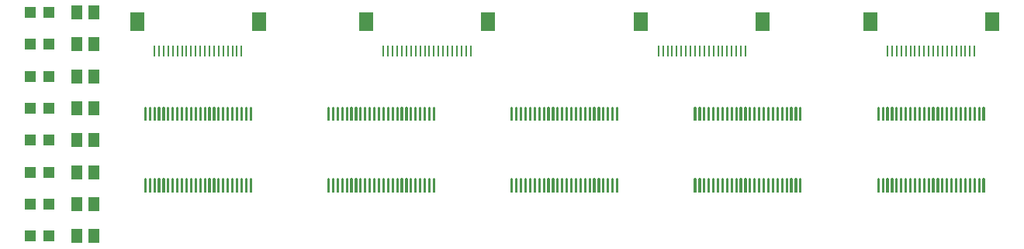
<source format=gbr>
G04 EAGLE Gerber RS-274X export*
G75*
%MOMM*%
%FSLAX34Y34*%
%LPD*%
%INSolderpaste Top*%
%IPPOS*%
%AMOC8*
5,1,8,0,0,1.08239X$1,22.5*%
G01*
%ADD10R,1.200000X1.200000*%
%ADD11R,1.300000X1.500000*%
%ADD12C,0.198000*%
%ADD13R,0.250000X1.250000*%
%ADD14R,1.650000X2.050000*%


D10*
X16500Y280000D03*
X37500Y280000D03*
X16500Y245000D03*
X37500Y245000D03*
X16500Y210000D03*
X37500Y210000D03*
X16500Y175000D03*
X37500Y175000D03*
X16500Y140000D03*
X37500Y140000D03*
X16500Y105000D03*
X37500Y105000D03*
X16500Y70000D03*
X37500Y70000D03*
X16500Y35000D03*
X37500Y35000D03*
D11*
X86500Y280000D03*
X67500Y280000D03*
X86500Y245000D03*
X67500Y245000D03*
X86500Y210000D03*
X67500Y210000D03*
X86500Y175000D03*
X67500Y175000D03*
X86500Y140000D03*
X67500Y140000D03*
X86500Y105000D03*
X67500Y105000D03*
X86500Y70000D03*
X67500Y70000D03*
X86500Y35000D03*
X67500Y35000D03*
D12*
X256990Y161990D02*
X258010Y161990D01*
X256990Y161990D02*
X256990Y176010D01*
X258010Y176010D01*
X258010Y161990D01*
X258010Y163871D02*
X256990Y163871D01*
X256990Y165752D02*
X258010Y165752D01*
X258010Y167633D02*
X256990Y167633D01*
X256990Y169514D02*
X258010Y169514D01*
X258010Y171395D02*
X256990Y171395D01*
X256990Y173276D02*
X258010Y173276D01*
X258010Y175157D02*
X256990Y175157D01*
X256990Y83990D02*
X258010Y83990D01*
X256990Y83990D02*
X256990Y98010D01*
X258010Y98010D01*
X258010Y83990D01*
X258010Y85871D02*
X256990Y85871D01*
X256990Y87752D02*
X258010Y87752D01*
X258010Y89633D02*
X256990Y89633D01*
X256990Y91514D02*
X258010Y91514D01*
X258010Y93395D02*
X256990Y93395D01*
X256990Y95276D02*
X258010Y95276D01*
X258010Y97157D02*
X256990Y97157D01*
X253010Y161990D02*
X251990Y161990D01*
X251990Y176010D01*
X253010Y176010D01*
X253010Y161990D01*
X253010Y163871D02*
X251990Y163871D01*
X251990Y165752D02*
X253010Y165752D01*
X253010Y167633D02*
X251990Y167633D01*
X251990Y169514D02*
X253010Y169514D01*
X253010Y171395D02*
X251990Y171395D01*
X251990Y173276D02*
X253010Y173276D01*
X253010Y175157D02*
X251990Y175157D01*
X248010Y161990D02*
X246990Y161990D01*
X246990Y176010D01*
X248010Y176010D01*
X248010Y161990D01*
X248010Y163871D02*
X246990Y163871D01*
X246990Y165752D02*
X248010Y165752D01*
X248010Y167633D02*
X246990Y167633D01*
X246990Y169514D02*
X248010Y169514D01*
X248010Y171395D02*
X246990Y171395D01*
X246990Y173276D02*
X248010Y173276D01*
X248010Y175157D02*
X246990Y175157D01*
X243010Y161990D02*
X241990Y161990D01*
X241990Y176010D01*
X243010Y176010D01*
X243010Y161990D01*
X243010Y163871D02*
X241990Y163871D01*
X241990Y165752D02*
X243010Y165752D01*
X243010Y167633D02*
X241990Y167633D01*
X241990Y169514D02*
X243010Y169514D01*
X243010Y171395D02*
X241990Y171395D01*
X241990Y173276D02*
X243010Y173276D01*
X243010Y175157D02*
X241990Y175157D01*
X238010Y161990D02*
X236990Y161990D01*
X236990Y176010D01*
X238010Y176010D01*
X238010Y161990D01*
X238010Y163871D02*
X236990Y163871D01*
X236990Y165752D02*
X238010Y165752D01*
X238010Y167633D02*
X236990Y167633D01*
X236990Y169514D02*
X238010Y169514D01*
X238010Y171395D02*
X236990Y171395D01*
X236990Y173276D02*
X238010Y173276D01*
X238010Y175157D02*
X236990Y175157D01*
X233010Y161990D02*
X231990Y161990D01*
X231990Y176010D01*
X233010Y176010D01*
X233010Y161990D01*
X233010Y163871D02*
X231990Y163871D01*
X231990Y165752D02*
X233010Y165752D01*
X233010Y167633D02*
X231990Y167633D01*
X231990Y169514D02*
X233010Y169514D01*
X233010Y171395D02*
X231990Y171395D01*
X231990Y173276D02*
X233010Y173276D01*
X233010Y175157D02*
X231990Y175157D01*
X228010Y161990D02*
X226990Y161990D01*
X226990Y176010D01*
X228010Y176010D01*
X228010Y161990D01*
X228010Y163871D02*
X226990Y163871D01*
X226990Y165752D02*
X228010Y165752D01*
X228010Y167633D02*
X226990Y167633D01*
X226990Y169514D02*
X228010Y169514D01*
X228010Y171395D02*
X226990Y171395D01*
X226990Y173276D02*
X228010Y173276D01*
X228010Y175157D02*
X226990Y175157D01*
X223010Y161990D02*
X221990Y161990D01*
X221990Y176010D01*
X223010Y176010D01*
X223010Y161990D01*
X223010Y163871D02*
X221990Y163871D01*
X221990Y165752D02*
X223010Y165752D01*
X223010Y167633D02*
X221990Y167633D01*
X221990Y169514D02*
X223010Y169514D01*
X223010Y171395D02*
X221990Y171395D01*
X221990Y173276D02*
X223010Y173276D01*
X223010Y175157D02*
X221990Y175157D01*
X218010Y161990D02*
X216990Y161990D01*
X216990Y176010D01*
X218010Y176010D01*
X218010Y161990D01*
X218010Y163871D02*
X216990Y163871D01*
X216990Y165752D02*
X218010Y165752D01*
X218010Y167633D02*
X216990Y167633D01*
X216990Y169514D02*
X218010Y169514D01*
X218010Y171395D02*
X216990Y171395D01*
X216990Y173276D02*
X218010Y173276D01*
X218010Y175157D02*
X216990Y175157D01*
X213010Y161990D02*
X211990Y161990D01*
X211990Y176010D01*
X213010Y176010D01*
X213010Y161990D01*
X213010Y163871D02*
X211990Y163871D01*
X211990Y165752D02*
X213010Y165752D01*
X213010Y167633D02*
X211990Y167633D01*
X211990Y169514D02*
X213010Y169514D01*
X213010Y171395D02*
X211990Y171395D01*
X211990Y173276D02*
X213010Y173276D01*
X213010Y175157D02*
X211990Y175157D01*
X208010Y161990D02*
X206990Y161990D01*
X206990Y176010D01*
X208010Y176010D01*
X208010Y161990D01*
X208010Y163871D02*
X206990Y163871D01*
X206990Y165752D02*
X208010Y165752D01*
X208010Y167633D02*
X206990Y167633D01*
X206990Y169514D02*
X208010Y169514D01*
X208010Y171395D02*
X206990Y171395D01*
X206990Y173276D02*
X208010Y173276D01*
X208010Y175157D02*
X206990Y175157D01*
X203010Y161990D02*
X201990Y161990D01*
X201990Y176010D01*
X203010Y176010D01*
X203010Y161990D01*
X203010Y163871D02*
X201990Y163871D01*
X201990Y165752D02*
X203010Y165752D01*
X203010Y167633D02*
X201990Y167633D01*
X201990Y169514D02*
X203010Y169514D01*
X203010Y171395D02*
X201990Y171395D01*
X201990Y173276D02*
X203010Y173276D01*
X203010Y175157D02*
X201990Y175157D01*
X198010Y161990D02*
X196990Y161990D01*
X196990Y176010D01*
X198010Y176010D01*
X198010Y161990D01*
X198010Y163871D02*
X196990Y163871D01*
X196990Y165752D02*
X198010Y165752D01*
X198010Y167633D02*
X196990Y167633D01*
X196990Y169514D02*
X198010Y169514D01*
X198010Y171395D02*
X196990Y171395D01*
X196990Y173276D02*
X198010Y173276D01*
X198010Y175157D02*
X196990Y175157D01*
X193010Y161990D02*
X191990Y161990D01*
X191990Y176010D01*
X193010Y176010D01*
X193010Y161990D01*
X193010Y163871D02*
X191990Y163871D01*
X191990Y165752D02*
X193010Y165752D01*
X193010Y167633D02*
X191990Y167633D01*
X191990Y169514D02*
X193010Y169514D01*
X193010Y171395D02*
X191990Y171395D01*
X191990Y173276D02*
X193010Y173276D01*
X193010Y175157D02*
X191990Y175157D01*
X188010Y161990D02*
X186990Y161990D01*
X186990Y176010D01*
X188010Y176010D01*
X188010Y161990D01*
X188010Y163871D02*
X186990Y163871D01*
X186990Y165752D02*
X188010Y165752D01*
X188010Y167633D02*
X186990Y167633D01*
X186990Y169514D02*
X188010Y169514D01*
X188010Y171395D02*
X186990Y171395D01*
X186990Y173276D02*
X188010Y173276D01*
X188010Y175157D02*
X186990Y175157D01*
X183010Y161990D02*
X181990Y161990D01*
X181990Y176010D01*
X183010Y176010D01*
X183010Y161990D01*
X183010Y163871D02*
X181990Y163871D01*
X181990Y165752D02*
X183010Y165752D01*
X183010Y167633D02*
X181990Y167633D01*
X181990Y169514D02*
X183010Y169514D01*
X183010Y171395D02*
X181990Y171395D01*
X181990Y173276D02*
X183010Y173276D01*
X183010Y175157D02*
X181990Y175157D01*
X178010Y161990D02*
X176990Y161990D01*
X176990Y176010D01*
X178010Y176010D01*
X178010Y161990D01*
X178010Y163871D02*
X176990Y163871D01*
X176990Y165752D02*
X178010Y165752D01*
X178010Y167633D02*
X176990Y167633D01*
X176990Y169514D02*
X178010Y169514D01*
X178010Y171395D02*
X176990Y171395D01*
X176990Y173276D02*
X178010Y173276D01*
X178010Y175157D02*
X176990Y175157D01*
X173010Y161990D02*
X171990Y161990D01*
X171990Y176010D01*
X173010Y176010D01*
X173010Y161990D01*
X173010Y163871D02*
X171990Y163871D01*
X171990Y165752D02*
X173010Y165752D01*
X173010Y167633D02*
X171990Y167633D01*
X171990Y169514D02*
X173010Y169514D01*
X173010Y171395D02*
X171990Y171395D01*
X171990Y173276D02*
X173010Y173276D01*
X173010Y175157D02*
X171990Y175157D01*
X168010Y161990D02*
X166990Y161990D01*
X166990Y176010D01*
X168010Y176010D01*
X168010Y161990D01*
X168010Y163871D02*
X166990Y163871D01*
X166990Y165752D02*
X168010Y165752D01*
X168010Y167633D02*
X166990Y167633D01*
X166990Y169514D02*
X168010Y169514D01*
X168010Y171395D02*
X166990Y171395D01*
X166990Y173276D02*
X168010Y173276D01*
X168010Y175157D02*
X166990Y175157D01*
X163010Y161990D02*
X161990Y161990D01*
X161990Y176010D01*
X163010Y176010D01*
X163010Y161990D01*
X163010Y163871D02*
X161990Y163871D01*
X161990Y165752D02*
X163010Y165752D01*
X163010Y167633D02*
X161990Y167633D01*
X161990Y169514D02*
X163010Y169514D01*
X163010Y171395D02*
X161990Y171395D01*
X161990Y173276D02*
X163010Y173276D01*
X163010Y175157D02*
X161990Y175157D01*
X158010Y161990D02*
X156990Y161990D01*
X156990Y176010D01*
X158010Y176010D01*
X158010Y161990D01*
X158010Y163871D02*
X156990Y163871D01*
X156990Y165752D02*
X158010Y165752D01*
X158010Y167633D02*
X156990Y167633D01*
X156990Y169514D02*
X158010Y169514D01*
X158010Y171395D02*
X156990Y171395D01*
X156990Y173276D02*
X158010Y173276D01*
X158010Y175157D02*
X156990Y175157D01*
X153010Y161990D02*
X151990Y161990D01*
X151990Y176010D01*
X153010Y176010D01*
X153010Y161990D01*
X153010Y163871D02*
X151990Y163871D01*
X151990Y165752D02*
X153010Y165752D01*
X153010Y167633D02*
X151990Y167633D01*
X151990Y169514D02*
X153010Y169514D01*
X153010Y171395D02*
X151990Y171395D01*
X151990Y173276D02*
X153010Y173276D01*
X153010Y175157D02*
X151990Y175157D01*
X148010Y161990D02*
X146990Y161990D01*
X146990Y176010D01*
X148010Y176010D01*
X148010Y161990D01*
X148010Y163871D02*
X146990Y163871D01*
X146990Y165752D02*
X148010Y165752D01*
X148010Y167633D02*
X146990Y167633D01*
X146990Y169514D02*
X148010Y169514D01*
X148010Y171395D02*
X146990Y171395D01*
X146990Y173276D02*
X148010Y173276D01*
X148010Y175157D02*
X146990Y175157D01*
X143010Y161990D02*
X141990Y161990D01*
X141990Y176010D01*
X143010Y176010D01*
X143010Y161990D01*
X143010Y163871D02*
X141990Y163871D01*
X141990Y165752D02*
X143010Y165752D01*
X143010Y167633D02*
X141990Y167633D01*
X141990Y169514D02*
X143010Y169514D01*
X143010Y171395D02*
X141990Y171395D01*
X141990Y173276D02*
X143010Y173276D01*
X143010Y175157D02*
X141990Y175157D01*
X251990Y83990D02*
X253010Y83990D01*
X251990Y83990D02*
X251990Y98010D01*
X253010Y98010D01*
X253010Y83990D01*
X253010Y85871D02*
X251990Y85871D01*
X251990Y87752D02*
X253010Y87752D01*
X253010Y89633D02*
X251990Y89633D01*
X251990Y91514D02*
X253010Y91514D01*
X253010Y93395D02*
X251990Y93395D01*
X251990Y95276D02*
X253010Y95276D01*
X253010Y97157D02*
X251990Y97157D01*
X248010Y83990D02*
X246990Y83990D01*
X246990Y98010D01*
X248010Y98010D01*
X248010Y83990D01*
X248010Y85871D02*
X246990Y85871D01*
X246990Y87752D02*
X248010Y87752D01*
X248010Y89633D02*
X246990Y89633D01*
X246990Y91514D02*
X248010Y91514D01*
X248010Y93395D02*
X246990Y93395D01*
X246990Y95276D02*
X248010Y95276D01*
X248010Y97157D02*
X246990Y97157D01*
X243010Y83990D02*
X241990Y83990D01*
X241990Y98010D01*
X243010Y98010D01*
X243010Y83990D01*
X243010Y85871D02*
X241990Y85871D01*
X241990Y87752D02*
X243010Y87752D01*
X243010Y89633D02*
X241990Y89633D01*
X241990Y91514D02*
X243010Y91514D01*
X243010Y93395D02*
X241990Y93395D01*
X241990Y95276D02*
X243010Y95276D01*
X243010Y97157D02*
X241990Y97157D01*
X238010Y83990D02*
X236990Y83990D01*
X236990Y98010D01*
X238010Y98010D01*
X238010Y83990D01*
X238010Y85871D02*
X236990Y85871D01*
X236990Y87752D02*
X238010Y87752D01*
X238010Y89633D02*
X236990Y89633D01*
X236990Y91514D02*
X238010Y91514D01*
X238010Y93395D02*
X236990Y93395D01*
X236990Y95276D02*
X238010Y95276D01*
X238010Y97157D02*
X236990Y97157D01*
X233010Y83990D02*
X231990Y83990D01*
X231990Y98010D01*
X233010Y98010D01*
X233010Y83990D01*
X233010Y85871D02*
X231990Y85871D01*
X231990Y87752D02*
X233010Y87752D01*
X233010Y89633D02*
X231990Y89633D01*
X231990Y91514D02*
X233010Y91514D01*
X233010Y93395D02*
X231990Y93395D01*
X231990Y95276D02*
X233010Y95276D01*
X233010Y97157D02*
X231990Y97157D01*
X228010Y83990D02*
X226990Y83990D01*
X226990Y98010D01*
X228010Y98010D01*
X228010Y83990D01*
X228010Y85871D02*
X226990Y85871D01*
X226990Y87752D02*
X228010Y87752D01*
X228010Y89633D02*
X226990Y89633D01*
X226990Y91514D02*
X228010Y91514D01*
X228010Y93395D02*
X226990Y93395D01*
X226990Y95276D02*
X228010Y95276D01*
X228010Y97157D02*
X226990Y97157D01*
X223010Y83990D02*
X221990Y83990D01*
X221990Y98010D01*
X223010Y98010D01*
X223010Y83990D01*
X223010Y85871D02*
X221990Y85871D01*
X221990Y87752D02*
X223010Y87752D01*
X223010Y89633D02*
X221990Y89633D01*
X221990Y91514D02*
X223010Y91514D01*
X223010Y93395D02*
X221990Y93395D01*
X221990Y95276D02*
X223010Y95276D01*
X223010Y97157D02*
X221990Y97157D01*
X218010Y83990D02*
X216990Y83990D01*
X216990Y98010D01*
X218010Y98010D01*
X218010Y83990D01*
X218010Y85871D02*
X216990Y85871D01*
X216990Y87752D02*
X218010Y87752D01*
X218010Y89633D02*
X216990Y89633D01*
X216990Y91514D02*
X218010Y91514D01*
X218010Y93395D02*
X216990Y93395D01*
X216990Y95276D02*
X218010Y95276D01*
X218010Y97157D02*
X216990Y97157D01*
X213010Y83990D02*
X211990Y83990D01*
X211990Y98010D01*
X213010Y98010D01*
X213010Y83990D01*
X213010Y85871D02*
X211990Y85871D01*
X211990Y87752D02*
X213010Y87752D01*
X213010Y89633D02*
X211990Y89633D01*
X211990Y91514D02*
X213010Y91514D01*
X213010Y93395D02*
X211990Y93395D01*
X211990Y95276D02*
X213010Y95276D01*
X213010Y97157D02*
X211990Y97157D01*
X208010Y83990D02*
X206990Y83990D01*
X206990Y98010D01*
X208010Y98010D01*
X208010Y83990D01*
X208010Y85871D02*
X206990Y85871D01*
X206990Y87752D02*
X208010Y87752D01*
X208010Y89633D02*
X206990Y89633D01*
X206990Y91514D02*
X208010Y91514D01*
X208010Y93395D02*
X206990Y93395D01*
X206990Y95276D02*
X208010Y95276D01*
X208010Y97157D02*
X206990Y97157D01*
X203010Y83990D02*
X201990Y83990D01*
X201990Y98010D01*
X203010Y98010D01*
X203010Y83990D01*
X203010Y85871D02*
X201990Y85871D01*
X201990Y87752D02*
X203010Y87752D01*
X203010Y89633D02*
X201990Y89633D01*
X201990Y91514D02*
X203010Y91514D01*
X203010Y93395D02*
X201990Y93395D01*
X201990Y95276D02*
X203010Y95276D01*
X203010Y97157D02*
X201990Y97157D01*
X198010Y83990D02*
X196990Y83990D01*
X196990Y98010D01*
X198010Y98010D01*
X198010Y83990D01*
X198010Y85871D02*
X196990Y85871D01*
X196990Y87752D02*
X198010Y87752D01*
X198010Y89633D02*
X196990Y89633D01*
X196990Y91514D02*
X198010Y91514D01*
X198010Y93395D02*
X196990Y93395D01*
X196990Y95276D02*
X198010Y95276D01*
X198010Y97157D02*
X196990Y97157D01*
X193010Y83990D02*
X191990Y83990D01*
X191990Y98010D01*
X193010Y98010D01*
X193010Y83990D01*
X193010Y85871D02*
X191990Y85871D01*
X191990Y87752D02*
X193010Y87752D01*
X193010Y89633D02*
X191990Y89633D01*
X191990Y91514D02*
X193010Y91514D01*
X193010Y93395D02*
X191990Y93395D01*
X191990Y95276D02*
X193010Y95276D01*
X193010Y97157D02*
X191990Y97157D01*
X188010Y83990D02*
X186990Y83990D01*
X186990Y98010D01*
X188010Y98010D01*
X188010Y83990D01*
X188010Y85871D02*
X186990Y85871D01*
X186990Y87752D02*
X188010Y87752D01*
X188010Y89633D02*
X186990Y89633D01*
X186990Y91514D02*
X188010Y91514D01*
X188010Y93395D02*
X186990Y93395D01*
X186990Y95276D02*
X188010Y95276D01*
X188010Y97157D02*
X186990Y97157D01*
X183010Y83990D02*
X181990Y83990D01*
X181990Y98010D01*
X183010Y98010D01*
X183010Y83990D01*
X183010Y85871D02*
X181990Y85871D01*
X181990Y87752D02*
X183010Y87752D01*
X183010Y89633D02*
X181990Y89633D01*
X181990Y91514D02*
X183010Y91514D01*
X183010Y93395D02*
X181990Y93395D01*
X181990Y95276D02*
X183010Y95276D01*
X183010Y97157D02*
X181990Y97157D01*
X178010Y83990D02*
X176990Y83990D01*
X176990Y98010D01*
X178010Y98010D01*
X178010Y83990D01*
X178010Y85871D02*
X176990Y85871D01*
X176990Y87752D02*
X178010Y87752D01*
X178010Y89633D02*
X176990Y89633D01*
X176990Y91514D02*
X178010Y91514D01*
X178010Y93395D02*
X176990Y93395D01*
X176990Y95276D02*
X178010Y95276D01*
X178010Y97157D02*
X176990Y97157D01*
X173010Y83990D02*
X171990Y83990D01*
X171990Y98010D01*
X173010Y98010D01*
X173010Y83990D01*
X173010Y85871D02*
X171990Y85871D01*
X171990Y87752D02*
X173010Y87752D01*
X173010Y89633D02*
X171990Y89633D01*
X171990Y91514D02*
X173010Y91514D01*
X173010Y93395D02*
X171990Y93395D01*
X171990Y95276D02*
X173010Y95276D01*
X173010Y97157D02*
X171990Y97157D01*
X168010Y83990D02*
X166990Y83990D01*
X166990Y98010D01*
X168010Y98010D01*
X168010Y83990D01*
X168010Y85871D02*
X166990Y85871D01*
X166990Y87752D02*
X168010Y87752D01*
X168010Y89633D02*
X166990Y89633D01*
X166990Y91514D02*
X168010Y91514D01*
X168010Y93395D02*
X166990Y93395D01*
X166990Y95276D02*
X168010Y95276D01*
X168010Y97157D02*
X166990Y97157D01*
X163010Y83990D02*
X161990Y83990D01*
X161990Y98010D01*
X163010Y98010D01*
X163010Y83990D01*
X163010Y85871D02*
X161990Y85871D01*
X161990Y87752D02*
X163010Y87752D01*
X163010Y89633D02*
X161990Y89633D01*
X161990Y91514D02*
X163010Y91514D01*
X163010Y93395D02*
X161990Y93395D01*
X161990Y95276D02*
X163010Y95276D01*
X163010Y97157D02*
X161990Y97157D01*
X158010Y83990D02*
X156990Y83990D01*
X156990Y98010D01*
X158010Y98010D01*
X158010Y83990D01*
X158010Y85871D02*
X156990Y85871D01*
X156990Y87752D02*
X158010Y87752D01*
X158010Y89633D02*
X156990Y89633D01*
X156990Y91514D02*
X158010Y91514D01*
X158010Y93395D02*
X156990Y93395D01*
X156990Y95276D02*
X158010Y95276D01*
X158010Y97157D02*
X156990Y97157D01*
X153010Y83990D02*
X151990Y83990D01*
X151990Y98010D01*
X153010Y98010D01*
X153010Y83990D01*
X153010Y85871D02*
X151990Y85871D01*
X151990Y87752D02*
X153010Y87752D01*
X153010Y89633D02*
X151990Y89633D01*
X151990Y91514D02*
X153010Y91514D01*
X153010Y93395D02*
X151990Y93395D01*
X151990Y95276D02*
X153010Y95276D01*
X153010Y97157D02*
X151990Y97157D01*
X148010Y83990D02*
X146990Y83990D01*
X146990Y98010D01*
X148010Y98010D01*
X148010Y83990D01*
X148010Y85871D02*
X146990Y85871D01*
X146990Y87752D02*
X148010Y87752D01*
X148010Y89633D02*
X146990Y89633D01*
X146990Y91514D02*
X148010Y91514D01*
X148010Y93395D02*
X146990Y93395D01*
X146990Y95276D02*
X148010Y95276D01*
X148010Y97157D02*
X146990Y97157D01*
X143010Y83990D02*
X141990Y83990D01*
X141990Y98010D01*
X143010Y98010D01*
X143010Y83990D01*
X143010Y85871D02*
X141990Y85871D01*
X141990Y87752D02*
X143010Y87752D01*
X143010Y89633D02*
X141990Y89633D01*
X141990Y91514D02*
X143010Y91514D01*
X143010Y93395D02*
X141990Y93395D01*
X141990Y95276D02*
X143010Y95276D01*
X143010Y97157D02*
X141990Y97157D01*
X456990Y161990D02*
X458010Y161990D01*
X456990Y161990D02*
X456990Y176010D01*
X458010Y176010D01*
X458010Y161990D01*
X458010Y163871D02*
X456990Y163871D01*
X456990Y165752D02*
X458010Y165752D01*
X458010Y167633D02*
X456990Y167633D01*
X456990Y169514D02*
X458010Y169514D01*
X458010Y171395D02*
X456990Y171395D01*
X456990Y173276D02*
X458010Y173276D01*
X458010Y175157D02*
X456990Y175157D01*
X456990Y83990D02*
X458010Y83990D01*
X456990Y83990D02*
X456990Y98010D01*
X458010Y98010D01*
X458010Y83990D01*
X458010Y85871D02*
X456990Y85871D01*
X456990Y87752D02*
X458010Y87752D01*
X458010Y89633D02*
X456990Y89633D01*
X456990Y91514D02*
X458010Y91514D01*
X458010Y93395D02*
X456990Y93395D01*
X456990Y95276D02*
X458010Y95276D01*
X458010Y97157D02*
X456990Y97157D01*
X453010Y161990D02*
X451990Y161990D01*
X451990Y176010D01*
X453010Y176010D01*
X453010Y161990D01*
X453010Y163871D02*
X451990Y163871D01*
X451990Y165752D02*
X453010Y165752D01*
X453010Y167633D02*
X451990Y167633D01*
X451990Y169514D02*
X453010Y169514D01*
X453010Y171395D02*
X451990Y171395D01*
X451990Y173276D02*
X453010Y173276D01*
X453010Y175157D02*
X451990Y175157D01*
X448010Y161990D02*
X446990Y161990D01*
X446990Y176010D01*
X448010Y176010D01*
X448010Y161990D01*
X448010Y163871D02*
X446990Y163871D01*
X446990Y165752D02*
X448010Y165752D01*
X448010Y167633D02*
X446990Y167633D01*
X446990Y169514D02*
X448010Y169514D01*
X448010Y171395D02*
X446990Y171395D01*
X446990Y173276D02*
X448010Y173276D01*
X448010Y175157D02*
X446990Y175157D01*
X443010Y161990D02*
X441990Y161990D01*
X441990Y176010D01*
X443010Y176010D01*
X443010Y161990D01*
X443010Y163871D02*
X441990Y163871D01*
X441990Y165752D02*
X443010Y165752D01*
X443010Y167633D02*
X441990Y167633D01*
X441990Y169514D02*
X443010Y169514D01*
X443010Y171395D02*
X441990Y171395D01*
X441990Y173276D02*
X443010Y173276D01*
X443010Y175157D02*
X441990Y175157D01*
X438010Y161990D02*
X436990Y161990D01*
X436990Y176010D01*
X438010Y176010D01*
X438010Y161990D01*
X438010Y163871D02*
X436990Y163871D01*
X436990Y165752D02*
X438010Y165752D01*
X438010Y167633D02*
X436990Y167633D01*
X436990Y169514D02*
X438010Y169514D01*
X438010Y171395D02*
X436990Y171395D01*
X436990Y173276D02*
X438010Y173276D01*
X438010Y175157D02*
X436990Y175157D01*
X433010Y161990D02*
X431990Y161990D01*
X431990Y176010D01*
X433010Y176010D01*
X433010Y161990D01*
X433010Y163871D02*
X431990Y163871D01*
X431990Y165752D02*
X433010Y165752D01*
X433010Y167633D02*
X431990Y167633D01*
X431990Y169514D02*
X433010Y169514D01*
X433010Y171395D02*
X431990Y171395D01*
X431990Y173276D02*
X433010Y173276D01*
X433010Y175157D02*
X431990Y175157D01*
X428010Y161990D02*
X426990Y161990D01*
X426990Y176010D01*
X428010Y176010D01*
X428010Y161990D01*
X428010Y163871D02*
X426990Y163871D01*
X426990Y165752D02*
X428010Y165752D01*
X428010Y167633D02*
X426990Y167633D01*
X426990Y169514D02*
X428010Y169514D01*
X428010Y171395D02*
X426990Y171395D01*
X426990Y173276D02*
X428010Y173276D01*
X428010Y175157D02*
X426990Y175157D01*
X423010Y161990D02*
X421990Y161990D01*
X421990Y176010D01*
X423010Y176010D01*
X423010Y161990D01*
X423010Y163871D02*
X421990Y163871D01*
X421990Y165752D02*
X423010Y165752D01*
X423010Y167633D02*
X421990Y167633D01*
X421990Y169514D02*
X423010Y169514D01*
X423010Y171395D02*
X421990Y171395D01*
X421990Y173276D02*
X423010Y173276D01*
X423010Y175157D02*
X421990Y175157D01*
X418010Y161990D02*
X416990Y161990D01*
X416990Y176010D01*
X418010Y176010D01*
X418010Y161990D01*
X418010Y163871D02*
X416990Y163871D01*
X416990Y165752D02*
X418010Y165752D01*
X418010Y167633D02*
X416990Y167633D01*
X416990Y169514D02*
X418010Y169514D01*
X418010Y171395D02*
X416990Y171395D01*
X416990Y173276D02*
X418010Y173276D01*
X418010Y175157D02*
X416990Y175157D01*
X413010Y161990D02*
X411990Y161990D01*
X411990Y176010D01*
X413010Y176010D01*
X413010Y161990D01*
X413010Y163871D02*
X411990Y163871D01*
X411990Y165752D02*
X413010Y165752D01*
X413010Y167633D02*
X411990Y167633D01*
X411990Y169514D02*
X413010Y169514D01*
X413010Y171395D02*
X411990Y171395D01*
X411990Y173276D02*
X413010Y173276D01*
X413010Y175157D02*
X411990Y175157D01*
X408010Y161990D02*
X406990Y161990D01*
X406990Y176010D01*
X408010Y176010D01*
X408010Y161990D01*
X408010Y163871D02*
X406990Y163871D01*
X406990Y165752D02*
X408010Y165752D01*
X408010Y167633D02*
X406990Y167633D01*
X406990Y169514D02*
X408010Y169514D01*
X408010Y171395D02*
X406990Y171395D01*
X406990Y173276D02*
X408010Y173276D01*
X408010Y175157D02*
X406990Y175157D01*
X403010Y161990D02*
X401990Y161990D01*
X401990Y176010D01*
X403010Y176010D01*
X403010Y161990D01*
X403010Y163871D02*
X401990Y163871D01*
X401990Y165752D02*
X403010Y165752D01*
X403010Y167633D02*
X401990Y167633D01*
X401990Y169514D02*
X403010Y169514D01*
X403010Y171395D02*
X401990Y171395D01*
X401990Y173276D02*
X403010Y173276D01*
X403010Y175157D02*
X401990Y175157D01*
X398010Y161990D02*
X396990Y161990D01*
X396990Y176010D01*
X398010Y176010D01*
X398010Y161990D01*
X398010Y163871D02*
X396990Y163871D01*
X396990Y165752D02*
X398010Y165752D01*
X398010Y167633D02*
X396990Y167633D01*
X396990Y169514D02*
X398010Y169514D01*
X398010Y171395D02*
X396990Y171395D01*
X396990Y173276D02*
X398010Y173276D01*
X398010Y175157D02*
X396990Y175157D01*
X393010Y161990D02*
X391990Y161990D01*
X391990Y176010D01*
X393010Y176010D01*
X393010Y161990D01*
X393010Y163871D02*
X391990Y163871D01*
X391990Y165752D02*
X393010Y165752D01*
X393010Y167633D02*
X391990Y167633D01*
X391990Y169514D02*
X393010Y169514D01*
X393010Y171395D02*
X391990Y171395D01*
X391990Y173276D02*
X393010Y173276D01*
X393010Y175157D02*
X391990Y175157D01*
X388010Y161990D02*
X386990Y161990D01*
X386990Y176010D01*
X388010Y176010D01*
X388010Y161990D01*
X388010Y163871D02*
X386990Y163871D01*
X386990Y165752D02*
X388010Y165752D01*
X388010Y167633D02*
X386990Y167633D01*
X386990Y169514D02*
X388010Y169514D01*
X388010Y171395D02*
X386990Y171395D01*
X386990Y173276D02*
X388010Y173276D01*
X388010Y175157D02*
X386990Y175157D01*
X383010Y161990D02*
X381990Y161990D01*
X381990Y176010D01*
X383010Y176010D01*
X383010Y161990D01*
X383010Y163871D02*
X381990Y163871D01*
X381990Y165752D02*
X383010Y165752D01*
X383010Y167633D02*
X381990Y167633D01*
X381990Y169514D02*
X383010Y169514D01*
X383010Y171395D02*
X381990Y171395D01*
X381990Y173276D02*
X383010Y173276D01*
X383010Y175157D02*
X381990Y175157D01*
X378010Y161990D02*
X376990Y161990D01*
X376990Y176010D01*
X378010Y176010D01*
X378010Y161990D01*
X378010Y163871D02*
X376990Y163871D01*
X376990Y165752D02*
X378010Y165752D01*
X378010Y167633D02*
X376990Y167633D01*
X376990Y169514D02*
X378010Y169514D01*
X378010Y171395D02*
X376990Y171395D01*
X376990Y173276D02*
X378010Y173276D01*
X378010Y175157D02*
X376990Y175157D01*
X373010Y161990D02*
X371990Y161990D01*
X371990Y176010D01*
X373010Y176010D01*
X373010Y161990D01*
X373010Y163871D02*
X371990Y163871D01*
X371990Y165752D02*
X373010Y165752D01*
X373010Y167633D02*
X371990Y167633D01*
X371990Y169514D02*
X373010Y169514D01*
X373010Y171395D02*
X371990Y171395D01*
X371990Y173276D02*
X373010Y173276D01*
X373010Y175157D02*
X371990Y175157D01*
X368010Y161990D02*
X366990Y161990D01*
X366990Y176010D01*
X368010Y176010D01*
X368010Y161990D01*
X368010Y163871D02*
X366990Y163871D01*
X366990Y165752D02*
X368010Y165752D01*
X368010Y167633D02*
X366990Y167633D01*
X366990Y169514D02*
X368010Y169514D01*
X368010Y171395D02*
X366990Y171395D01*
X366990Y173276D02*
X368010Y173276D01*
X368010Y175157D02*
X366990Y175157D01*
X363010Y161990D02*
X361990Y161990D01*
X361990Y176010D01*
X363010Y176010D01*
X363010Y161990D01*
X363010Y163871D02*
X361990Y163871D01*
X361990Y165752D02*
X363010Y165752D01*
X363010Y167633D02*
X361990Y167633D01*
X361990Y169514D02*
X363010Y169514D01*
X363010Y171395D02*
X361990Y171395D01*
X361990Y173276D02*
X363010Y173276D01*
X363010Y175157D02*
X361990Y175157D01*
X358010Y161990D02*
X356990Y161990D01*
X356990Y176010D01*
X358010Y176010D01*
X358010Y161990D01*
X358010Y163871D02*
X356990Y163871D01*
X356990Y165752D02*
X358010Y165752D01*
X358010Y167633D02*
X356990Y167633D01*
X356990Y169514D02*
X358010Y169514D01*
X358010Y171395D02*
X356990Y171395D01*
X356990Y173276D02*
X358010Y173276D01*
X358010Y175157D02*
X356990Y175157D01*
X353010Y161990D02*
X351990Y161990D01*
X351990Y176010D01*
X353010Y176010D01*
X353010Y161990D01*
X353010Y163871D02*
X351990Y163871D01*
X351990Y165752D02*
X353010Y165752D01*
X353010Y167633D02*
X351990Y167633D01*
X351990Y169514D02*
X353010Y169514D01*
X353010Y171395D02*
X351990Y171395D01*
X351990Y173276D02*
X353010Y173276D01*
X353010Y175157D02*
X351990Y175157D01*
X348010Y161990D02*
X346990Y161990D01*
X346990Y176010D01*
X348010Y176010D01*
X348010Y161990D01*
X348010Y163871D02*
X346990Y163871D01*
X346990Y165752D02*
X348010Y165752D01*
X348010Y167633D02*
X346990Y167633D01*
X346990Y169514D02*
X348010Y169514D01*
X348010Y171395D02*
X346990Y171395D01*
X346990Y173276D02*
X348010Y173276D01*
X348010Y175157D02*
X346990Y175157D01*
X343010Y161990D02*
X341990Y161990D01*
X341990Y176010D01*
X343010Y176010D01*
X343010Y161990D01*
X343010Y163871D02*
X341990Y163871D01*
X341990Y165752D02*
X343010Y165752D01*
X343010Y167633D02*
X341990Y167633D01*
X341990Y169514D02*
X343010Y169514D01*
X343010Y171395D02*
X341990Y171395D01*
X341990Y173276D02*
X343010Y173276D01*
X343010Y175157D02*
X341990Y175157D01*
X451990Y83990D02*
X453010Y83990D01*
X451990Y83990D02*
X451990Y98010D01*
X453010Y98010D01*
X453010Y83990D01*
X453010Y85871D02*
X451990Y85871D01*
X451990Y87752D02*
X453010Y87752D01*
X453010Y89633D02*
X451990Y89633D01*
X451990Y91514D02*
X453010Y91514D01*
X453010Y93395D02*
X451990Y93395D01*
X451990Y95276D02*
X453010Y95276D01*
X453010Y97157D02*
X451990Y97157D01*
X448010Y83990D02*
X446990Y83990D01*
X446990Y98010D01*
X448010Y98010D01*
X448010Y83990D01*
X448010Y85871D02*
X446990Y85871D01*
X446990Y87752D02*
X448010Y87752D01*
X448010Y89633D02*
X446990Y89633D01*
X446990Y91514D02*
X448010Y91514D01*
X448010Y93395D02*
X446990Y93395D01*
X446990Y95276D02*
X448010Y95276D01*
X448010Y97157D02*
X446990Y97157D01*
X443010Y83990D02*
X441990Y83990D01*
X441990Y98010D01*
X443010Y98010D01*
X443010Y83990D01*
X443010Y85871D02*
X441990Y85871D01*
X441990Y87752D02*
X443010Y87752D01*
X443010Y89633D02*
X441990Y89633D01*
X441990Y91514D02*
X443010Y91514D01*
X443010Y93395D02*
X441990Y93395D01*
X441990Y95276D02*
X443010Y95276D01*
X443010Y97157D02*
X441990Y97157D01*
X438010Y83990D02*
X436990Y83990D01*
X436990Y98010D01*
X438010Y98010D01*
X438010Y83990D01*
X438010Y85871D02*
X436990Y85871D01*
X436990Y87752D02*
X438010Y87752D01*
X438010Y89633D02*
X436990Y89633D01*
X436990Y91514D02*
X438010Y91514D01*
X438010Y93395D02*
X436990Y93395D01*
X436990Y95276D02*
X438010Y95276D01*
X438010Y97157D02*
X436990Y97157D01*
X433010Y83990D02*
X431990Y83990D01*
X431990Y98010D01*
X433010Y98010D01*
X433010Y83990D01*
X433010Y85871D02*
X431990Y85871D01*
X431990Y87752D02*
X433010Y87752D01*
X433010Y89633D02*
X431990Y89633D01*
X431990Y91514D02*
X433010Y91514D01*
X433010Y93395D02*
X431990Y93395D01*
X431990Y95276D02*
X433010Y95276D01*
X433010Y97157D02*
X431990Y97157D01*
X428010Y83990D02*
X426990Y83990D01*
X426990Y98010D01*
X428010Y98010D01*
X428010Y83990D01*
X428010Y85871D02*
X426990Y85871D01*
X426990Y87752D02*
X428010Y87752D01*
X428010Y89633D02*
X426990Y89633D01*
X426990Y91514D02*
X428010Y91514D01*
X428010Y93395D02*
X426990Y93395D01*
X426990Y95276D02*
X428010Y95276D01*
X428010Y97157D02*
X426990Y97157D01*
X423010Y83990D02*
X421990Y83990D01*
X421990Y98010D01*
X423010Y98010D01*
X423010Y83990D01*
X423010Y85871D02*
X421990Y85871D01*
X421990Y87752D02*
X423010Y87752D01*
X423010Y89633D02*
X421990Y89633D01*
X421990Y91514D02*
X423010Y91514D01*
X423010Y93395D02*
X421990Y93395D01*
X421990Y95276D02*
X423010Y95276D01*
X423010Y97157D02*
X421990Y97157D01*
X418010Y83990D02*
X416990Y83990D01*
X416990Y98010D01*
X418010Y98010D01*
X418010Y83990D01*
X418010Y85871D02*
X416990Y85871D01*
X416990Y87752D02*
X418010Y87752D01*
X418010Y89633D02*
X416990Y89633D01*
X416990Y91514D02*
X418010Y91514D01*
X418010Y93395D02*
X416990Y93395D01*
X416990Y95276D02*
X418010Y95276D01*
X418010Y97157D02*
X416990Y97157D01*
X413010Y83990D02*
X411990Y83990D01*
X411990Y98010D01*
X413010Y98010D01*
X413010Y83990D01*
X413010Y85871D02*
X411990Y85871D01*
X411990Y87752D02*
X413010Y87752D01*
X413010Y89633D02*
X411990Y89633D01*
X411990Y91514D02*
X413010Y91514D01*
X413010Y93395D02*
X411990Y93395D01*
X411990Y95276D02*
X413010Y95276D01*
X413010Y97157D02*
X411990Y97157D01*
X408010Y83990D02*
X406990Y83990D01*
X406990Y98010D01*
X408010Y98010D01*
X408010Y83990D01*
X408010Y85871D02*
X406990Y85871D01*
X406990Y87752D02*
X408010Y87752D01*
X408010Y89633D02*
X406990Y89633D01*
X406990Y91514D02*
X408010Y91514D01*
X408010Y93395D02*
X406990Y93395D01*
X406990Y95276D02*
X408010Y95276D01*
X408010Y97157D02*
X406990Y97157D01*
X403010Y83990D02*
X401990Y83990D01*
X401990Y98010D01*
X403010Y98010D01*
X403010Y83990D01*
X403010Y85871D02*
X401990Y85871D01*
X401990Y87752D02*
X403010Y87752D01*
X403010Y89633D02*
X401990Y89633D01*
X401990Y91514D02*
X403010Y91514D01*
X403010Y93395D02*
X401990Y93395D01*
X401990Y95276D02*
X403010Y95276D01*
X403010Y97157D02*
X401990Y97157D01*
X398010Y83990D02*
X396990Y83990D01*
X396990Y98010D01*
X398010Y98010D01*
X398010Y83990D01*
X398010Y85871D02*
X396990Y85871D01*
X396990Y87752D02*
X398010Y87752D01*
X398010Y89633D02*
X396990Y89633D01*
X396990Y91514D02*
X398010Y91514D01*
X398010Y93395D02*
X396990Y93395D01*
X396990Y95276D02*
X398010Y95276D01*
X398010Y97157D02*
X396990Y97157D01*
X393010Y83990D02*
X391990Y83990D01*
X391990Y98010D01*
X393010Y98010D01*
X393010Y83990D01*
X393010Y85871D02*
X391990Y85871D01*
X391990Y87752D02*
X393010Y87752D01*
X393010Y89633D02*
X391990Y89633D01*
X391990Y91514D02*
X393010Y91514D01*
X393010Y93395D02*
X391990Y93395D01*
X391990Y95276D02*
X393010Y95276D01*
X393010Y97157D02*
X391990Y97157D01*
X388010Y83990D02*
X386990Y83990D01*
X386990Y98010D01*
X388010Y98010D01*
X388010Y83990D01*
X388010Y85871D02*
X386990Y85871D01*
X386990Y87752D02*
X388010Y87752D01*
X388010Y89633D02*
X386990Y89633D01*
X386990Y91514D02*
X388010Y91514D01*
X388010Y93395D02*
X386990Y93395D01*
X386990Y95276D02*
X388010Y95276D01*
X388010Y97157D02*
X386990Y97157D01*
X383010Y83990D02*
X381990Y83990D01*
X381990Y98010D01*
X383010Y98010D01*
X383010Y83990D01*
X383010Y85871D02*
X381990Y85871D01*
X381990Y87752D02*
X383010Y87752D01*
X383010Y89633D02*
X381990Y89633D01*
X381990Y91514D02*
X383010Y91514D01*
X383010Y93395D02*
X381990Y93395D01*
X381990Y95276D02*
X383010Y95276D01*
X383010Y97157D02*
X381990Y97157D01*
X378010Y83990D02*
X376990Y83990D01*
X376990Y98010D01*
X378010Y98010D01*
X378010Y83990D01*
X378010Y85871D02*
X376990Y85871D01*
X376990Y87752D02*
X378010Y87752D01*
X378010Y89633D02*
X376990Y89633D01*
X376990Y91514D02*
X378010Y91514D01*
X378010Y93395D02*
X376990Y93395D01*
X376990Y95276D02*
X378010Y95276D01*
X378010Y97157D02*
X376990Y97157D01*
X373010Y83990D02*
X371990Y83990D01*
X371990Y98010D01*
X373010Y98010D01*
X373010Y83990D01*
X373010Y85871D02*
X371990Y85871D01*
X371990Y87752D02*
X373010Y87752D01*
X373010Y89633D02*
X371990Y89633D01*
X371990Y91514D02*
X373010Y91514D01*
X373010Y93395D02*
X371990Y93395D01*
X371990Y95276D02*
X373010Y95276D01*
X373010Y97157D02*
X371990Y97157D01*
X368010Y83990D02*
X366990Y83990D01*
X366990Y98010D01*
X368010Y98010D01*
X368010Y83990D01*
X368010Y85871D02*
X366990Y85871D01*
X366990Y87752D02*
X368010Y87752D01*
X368010Y89633D02*
X366990Y89633D01*
X366990Y91514D02*
X368010Y91514D01*
X368010Y93395D02*
X366990Y93395D01*
X366990Y95276D02*
X368010Y95276D01*
X368010Y97157D02*
X366990Y97157D01*
X363010Y83990D02*
X361990Y83990D01*
X361990Y98010D01*
X363010Y98010D01*
X363010Y83990D01*
X363010Y85871D02*
X361990Y85871D01*
X361990Y87752D02*
X363010Y87752D01*
X363010Y89633D02*
X361990Y89633D01*
X361990Y91514D02*
X363010Y91514D01*
X363010Y93395D02*
X361990Y93395D01*
X361990Y95276D02*
X363010Y95276D01*
X363010Y97157D02*
X361990Y97157D01*
X358010Y83990D02*
X356990Y83990D01*
X356990Y98010D01*
X358010Y98010D01*
X358010Y83990D01*
X358010Y85871D02*
X356990Y85871D01*
X356990Y87752D02*
X358010Y87752D01*
X358010Y89633D02*
X356990Y89633D01*
X356990Y91514D02*
X358010Y91514D01*
X358010Y93395D02*
X356990Y93395D01*
X356990Y95276D02*
X358010Y95276D01*
X358010Y97157D02*
X356990Y97157D01*
X353010Y83990D02*
X351990Y83990D01*
X351990Y98010D01*
X353010Y98010D01*
X353010Y83990D01*
X353010Y85871D02*
X351990Y85871D01*
X351990Y87752D02*
X353010Y87752D01*
X353010Y89633D02*
X351990Y89633D01*
X351990Y91514D02*
X353010Y91514D01*
X353010Y93395D02*
X351990Y93395D01*
X351990Y95276D02*
X353010Y95276D01*
X353010Y97157D02*
X351990Y97157D01*
X348010Y83990D02*
X346990Y83990D01*
X346990Y98010D01*
X348010Y98010D01*
X348010Y83990D01*
X348010Y85871D02*
X346990Y85871D01*
X346990Y87752D02*
X348010Y87752D01*
X348010Y89633D02*
X346990Y89633D01*
X346990Y91514D02*
X348010Y91514D01*
X348010Y93395D02*
X346990Y93395D01*
X346990Y95276D02*
X348010Y95276D01*
X348010Y97157D02*
X346990Y97157D01*
X343010Y83990D02*
X341990Y83990D01*
X341990Y98010D01*
X343010Y98010D01*
X343010Y83990D01*
X343010Y85871D02*
X341990Y85871D01*
X341990Y87752D02*
X343010Y87752D01*
X343010Y89633D02*
X341990Y89633D01*
X341990Y91514D02*
X343010Y91514D01*
X343010Y93395D02*
X341990Y93395D01*
X341990Y95276D02*
X343010Y95276D01*
X343010Y97157D02*
X341990Y97157D01*
X656990Y161990D02*
X658010Y161990D01*
X656990Y161990D02*
X656990Y176010D01*
X658010Y176010D01*
X658010Y161990D01*
X658010Y163871D02*
X656990Y163871D01*
X656990Y165752D02*
X658010Y165752D01*
X658010Y167633D02*
X656990Y167633D01*
X656990Y169514D02*
X658010Y169514D01*
X658010Y171395D02*
X656990Y171395D01*
X656990Y173276D02*
X658010Y173276D01*
X658010Y175157D02*
X656990Y175157D01*
X656990Y83990D02*
X658010Y83990D01*
X656990Y83990D02*
X656990Y98010D01*
X658010Y98010D01*
X658010Y83990D01*
X658010Y85871D02*
X656990Y85871D01*
X656990Y87752D02*
X658010Y87752D01*
X658010Y89633D02*
X656990Y89633D01*
X656990Y91514D02*
X658010Y91514D01*
X658010Y93395D02*
X656990Y93395D01*
X656990Y95276D02*
X658010Y95276D01*
X658010Y97157D02*
X656990Y97157D01*
X653010Y161990D02*
X651990Y161990D01*
X651990Y176010D01*
X653010Y176010D01*
X653010Y161990D01*
X653010Y163871D02*
X651990Y163871D01*
X651990Y165752D02*
X653010Y165752D01*
X653010Y167633D02*
X651990Y167633D01*
X651990Y169514D02*
X653010Y169514D01*
X653010Y171395D02*
X651990Y171395D01*
X651990Y173276D02*
X653010Y173276D01*
X653010Y175157D02*
X651990Y175157D01*
X648010Y161990D02*
X646990Y161990D01*
X646990Y176010D01*
X648010Y176010D01*
X648010Y161990D01*
X648010Y163871D02*
X646990Y163871D01*
X646990Y165752D02*
X648010Y165752D01*
X648010Y167633D02*
X646990Y167633D01*
X646990Y169514D02*
X648010Y169514D01*
X648010Y171395D02*
X646990Y171395D01*
X646990Y173276D02*
X648010Y173276D01*
X648010Y175157D02*
X646990Y175157D01*
X643010Y161990D02*
X641990Y161990D01*
X641990Y176010D01*
X643010Y176010D01*
X643010Y161990D01*
X643010Y163871D02*
X641990Y163871D01*
X641990Y165752D02*
X643010Y165752D01*
X643010Y167633D02*
X641990Y167633D01*
X641990Y169514D02*
X643010Y169514D01*
X643010Y171395D02*
X641990Y171395D01*
X641990Y173276D02*
X643010Y173276D01*
X643010Y175157D02*
X641990Y175157D01*
X638010Y161990D02*
X636990Y161990D01*
X636990Y176010D01*
X638010Y176010D01*
X638010Y161990D01*
X638010Y163871D02*
X636990Y163871D01*
X636990Y165752D02*
X638010Y165752D01*
X638010Y167633D02*
X636990Y167633D01*
X636990Y169514D02*
X638010Y169514D01*
X638010Y171395D02*
X636990Y171395D01*
X636990Y173276D02*
X638010Y173276D01*
X638010Y175157D02*
X636990Y175157D01*
X633010Y161990D02*
X631990Y161990D01*
X631990Y176010D01*
X633010Y176010D01*
X633010Y161990D01*
X633010Y163871D02*
X631990Y163871D01*
X631990Y165752D02*
X633010Y165752D01*
X633010Y167633D02*
X631990Y167633D01*
X631990Y169514D02*
X633010Y169514D01*
X633010Y171395D02*
X631990Y171395D01*
X631990Y173276D02*
X633010Y173276D01*
X633010Y175157D02*
X631990Y175157D01*
X628010Y161990D02*
X626990Y161990D01*
X626990Y176010D01*
X628010Y176010D01*
X628010Y161990D01*
X628010Y163871D02*
X626990Y163871D01*
X626990Y165752D02*
X628010Y165752D01*
X628010Y167633D02*
X626990Y167633D01*
X626990Y169514D02*
X628010Y169514D01*
X628010Y171395D02*
X626990Y171395D01*
X626990Y173276D02*
X628010Y173276D01*
X628010Y175157D02*
X626990Y175157D01*
X623010Y161990D02*
X621990Y161990D01*
X621990Y176010D01*
X623010Y176010D01*
X623010Y161990D01*
X623010Y163871D02*
X621990Y163871D01*
X621990Y165752D02*
X623010Y165752D01*
X623010Y167633D02*
X621990Y167633D01*
X621990Y169514D02*
X623010Y169514D01*
X623010Y171395D02*
X621990Y171395D01*
X621990Y173276D02*
X623010Y173276D01*
X623010Y175157D02*
X621990Y175157D01*
X618010Y161990D02*
X616990Y161990D01*
X616990Y176010D01*
X618010Y176010D01*
X618010Y161990D01*
X618010Y163871D02*
X616990Y163871D01*
X616990Y165752D02*
X618010Y165752D01*
X618010Y167633D02*
X616990Y167633D01*
X616990Y169514D02*
X618010Y169514D01*
X618010Y171395D02*
X616990Y171395D01*
X616990Y173276D02*
X618010Y173276D01*
X618010Y175157D02*
X616990Y175157D01*
X613010Y161990D02*
X611990Y161990D01*
X611990Y176010D01*
X613010Y176010D01*
X613010Y161990D01*
X613010Y163871D02*
X611990Y163871D01*
X611990Y165752D02*
X613010Y165752D01*
X613010Y167633D02*
X611990Y167633D01*
X611990Y169514D02*
X613010Y169514D01*
X613010Y171395D02*
X611990Y171395D01*
X611990Y173276D02*
X613010Y173276D01*
X613010Y175157D02*
X611990Y175157D01*
X608010Y161990D02*
X606990Y161990D01*
X606990Y176010D01*
X608010Y176010D01*
X608010Y161990D01*
X608010Y163871D02*
X606990Y163871D01*
X606990Y165752D02*
X608010Y165752D01*
X608010Y167633D02*
X606990Y167633D01*
X606990Y169514D02*
X608010Y169514D01*
X608010Y171395D02*
X606990Y171395D01*
X606990Y173276D02*
X608010Y173276D01*
X608010Y175157D02*
X606990Y175157D01*
X603010Y161990D02*
X601990Y161990D01*
X601990Y176010D01*
X603010Y176010D01*
X603010Y161990D01*
X603010Y163871D02*
X601990Y163871D01*
X601990Y165752D02*
X603010Y165752D01*
X603010Y167633D02*
X601990Y167633D01*
X601990Y169514D02*
X603010Y169514D01*
X603010Y171395D02*
X601990Y171395D01*
X601990Y173276D02*
X603010Y173276D01*
X603010Y175157D02*
X601990Y175157D01*
X598010Y161990D02*
X596990Y161990D01*
X596990Y176010D01*
X598010Y176010D01*
X598010Y161990D01*
X598010Y163871D02*
X596990Y163871D01*
X596990Y165752D02*
X598010Y165752D01*
X598010Y167633D02*
X596990Y167633D01*
X596990Y169514D02*
X598010Y169514D01*
X598010Y171395D02*
X596990Y171395D01*
X596990Y173276D02*
X598010Y173276D01*
X598010Y175157D02*
X596990Y175157D01*
X593010Y161990D02*
X591990Y161990D01*
X591990Y176010D01*
X593010Y176010D01*
X593010Y161990D01*
X593010Y163871D02*
X591990Y163871D01*
X591990Y165752D02*
X593010Y165752D01*
X593010Y167633D02*
X591990Y167633D01*
X591990Y169514D02*
X593010Y169514D01*
X593010Y171395D02*
X591990Y171395D01*
X591990Y173276D02*
X593010Y173276D01*
X593010Y175157D02*
X591990Y175157D01*
X588010Y161990D02*
X586990Y161990D01*
X586990Y176010D01*
X588010Y176010D01*
X588010Y161990D01*
X588010Y163871D02*
X586990Y163871D01*
X586990Y165752D02*
X588010Y165752D01*
X588010Y167633D02*
X586990Y167633D01*
X586990Y169514D02*
X588010Y169514D01*
X588010Y171395D02*
X586990Y171395D01*
X586990Y173276D02*
X588010Y173276D01*
X588010Y175157D02*
X586990Y175157D01*
X583010Y161990D02*
X581990Y161990D01*
X581990Y176010D01*
X583010Y176010D01*
X583010Y161990D01*
X583010Y163871D02*
X581990Y163871D01*
X581990Y165752D02*
X583010Y165752D01*
X583010Y167633D02*
X581990Y167633D01*
X581990Y169514D02*
X583010Y169514D01*
X583010Y171395D02*
X581990Y171395D01*
X581990Y173276D02*
X583010Y173276D01*
X583010Y175157D02*
X581990Y175157D01*
X578010Y161990D02*
X576990Y161990D01*
X576990Y176010D01*
X578010Y176010D01*
X578010Y161990D01*
X578010Y163871D02*
X576990Y163871D01*
X576990Y165752D02*
X578010Y165752D01*
X578010Y167633D02*
X576990Y167633D01*
X576990Y169514D02*
X578010Y169514D01*
X578010Y171395D02*
X576990Y171395D01*
X576990Y173276D02*
X578010Y173276D01*
X578010Y175157D02*
X576990Y175157D01*
X573010Y161990D02*
X571990Y161990D01*
X571990Y176010D01*
X573010Y176010D01*
X573010Y161990D01*
X573010Y163871D02*
X571990Y163871D01*
X571990Y165752D02*
X573010Y165752D01*
X573010Y167633D02*
X571990Y167633D01*
X571990Y169514D02*
X573010Y169514D01*
X573010Y171395D02*
X571990Y171395D01*
X571990Y173276D02*
X573010Y173276D01*
X573010Y175157D02*
X571990Y175157D01*
X568010Y161990D02*
X566990Y161990D01*
X566990Y176010D01*
X568010Y176010D01*
X568010Y161990D01*
X568010Y163871D02*
X566990Y163871D01*
X566990Y165752D02*
X568010Y165752D01*
X568010Y167633D02*
X566990Y167633D01*
X566990Y169514D02*
X568010Y169514D01*
X568010Y171395D02*
X566990Y171395D01*
X566990Y173276D02*
X568010Y173276D01*
X568010Y175157D02*
X566990Y175157D01*
X563010Y161990D02*
X561990Y161990D01*
X561990Y176010D01*
X563010Y176010D01*
X563010Y161990D01*
X563010Y163871D02*
X561990Y163871D01*
X561990Y165752D02*
X563010Y165752D01*
X563010Y167633D02*
X561990Y167633D01*
X561990Y169514D02*
X563010Y169514D01*
X563010Y171395D02*
X561990Y171395D01*
X561990Y173276D02*
X563010Y173276D01*
X563010Y175157D02*
X561990Y175157D01*
X558010Y161990D02*
X556990Y161990D01*
X556990Y176010D01*
X558010Y176010D01*
X558010Y161990D01*
X558010Y163871D02*
X556990Y163871D01*
X556990Y165752D02*
X558010Y165752D01*
X558010Y167633D02*
X556990Y167633D01*
X556990Y169514D02*
X558010Y169514D01*
X558010Y171395D02*
X556990Y171395D01*
X556990Y173276D02*
X558010Y173276D01*
X558010Y175157D02*
X556990Y175157D01*
X553010Y161990D02*
X551990Y161990D01*
X551990Y176010D01*
X553010Y176010D01*
X553010Y161990D01*
X553010Y163871D02*
X551990Y163871D01*
X551990Y165752D02*
X553010Y165752D01*
X553010Y167633D02*
X551990Y167633D01*
X551990Y169514D02*
X553010Y169514D01*
X553010Y171395D02*
X551990Y171395D01*
X551990Y173276D02*
X553010Y173276D01*
X553010Y175157D02*
X551990Y175157D01*
X548010Y161990D02*
X546990Y161990D01*
X546990Y176010D01*
X548010Y176010D01*
X548010Y161990D01*
X548010Y163871D02*
X546990Y163871D01*
X546990Y165752D02*
X548010Y165752D01*
X548010Y167633D02*
X546990Y167633D01*
X546990Y169514D02*
X548010Y169514D01*
X548010Y171395D02*
X546990Y171395D01*
X546990Y173276D02*
X548010Y173276D01*
X548010Y175157D02*
X546990Y175157D01*
X543010Y161990D02*
X541990Y161990D01*
X541990Y176010D01*
X543010Y176010D01*
X543010Y161990D01*
X543010Y163871D02*
X541990Y163871D01*
X541990Y165752D02*
X543010Y165752D01*
X543010Y167633D02*
X541990Y167633D01*
X541990Y169514D02*
X543010Y169514D01*
X543010Y171395D02*
X541990Y171395D01*
X541990Y173276D02*
X543010Y173276D01*
X543010Y175157D02*
X541990Y175157D01*
X651990Y83990D02*
X653010Y83990D01*
X651990Y83990D02*
X651990Y98010D01*
X653010Y98010D01*
X653010Y83990D01*
X653010Y85871D02*
X651990Y85871D01*
X651990Y87752D02*
X653010Y87752D01*
X653010Y89633D02*
X651990Y89633D01*
X651990Y91514D02*
X653010Y91514D01*
X653010Y93395D02*
X651990Y93395D01*
X651990Y95276D02*
X653010Y95276D01*
X653010Y97157D02*
X651990Y97157D01*
X648010Y83990D02*
X646990Y83990D01*
X646990Y98010D01*
X648010Y98010D01*
X648010Y83990D01*
X648010Y85871D02*
X646990Y85871D01*
X646990Y87752D02*
X648010Y87752D01*
X648010Y89633D02*
X646990Y89633D01*
X646990Y91514D02*
X648010Y91514D01*
X648010Y93395D02*
X646990Y93395D01*
X646990Y95276D02*
X648010Y95276D01*
X648010Y97157D02*
X646990Y97157D01*
X643010Y83990D02*
X641990Y83990D01*
X641990Y98010D01*
X643010Y98010D01*
X643010Y83990D01*
X643010Y85871D02*
X641990Y85871D01*
X641990Y87752D02*
X643010Y87752D01*
X643010Y89633D02*
X641990Y89633D01*
X641990Y91514D02*
X643010Y91514D01*
X643010Y93395D02*
X641990Y93395D01*
X641990Y95276D02*
X643010Y95276D01*
X643010Y97157D02*
X641990Y97157D01*
X638010Y83990D02*
X636990Y83990D01*
X636990Y98010D01*
X638010Y98010D01*
X638010Y83990D01*
X638010Y85871D02*
X636990Y85871D01*
X636990Y87752D02*
X638010Y87752D01*
X638010Y89633D02*
X636990Y89633D01*
X636990Y91514D02*
X638010Y91514D01*
X638010Y93395D02*
X636990Y93395D01*
X636990Y95276D02*
X638010Y95276D01*
X638010Y97157D02*
X636990Y97157D01*
X633010Y83990D02*
X631990Y83990D01*
X631990Y98010D01*
X633010Y98010D01*
X633010Y83990D01*
X633010Y85871D02*
X631990Y85871D01*
X631990Y87752D02*
X633010Y87752D01*
X633010Y89633D02*
X631990Y89633D01*
X631990Y91514D02*
X633010Y91514D01*
X633010Y93395D02*
X631990Y93395D01*
X631990Y95276D02*
X633010Y95276D01*
X633010Y97157D02*
X631990Y97157D01*
X628010Y83990D02*
X626990Y83990D01*
X626990Y98010D01*
X628010Y98010D01*
X628010Y83990D01*
X628010Y85871D02*
X626990Y85871D01*
X626990Y87752D02*
X628010Y87752D01*
X628010Y89633D02*
X626990Y89633D01*
X626990Y91514D02*
X628010Y91514D01*
X628010Y93395D02*
X626990Y93395D01*
X626990Y95276D02*
X628010Y95276D01*
X628010Y97157D02*
X626990Y97157D01*
X623010Y83990D02*
X621990Y83990D01*
X621990Y98010D01*
X623010Y98010D01*
X623010Y83990D01*
X623010Y85871D02*
X621990Y85871D01*
X621990Y87752D02*
X623010Y87752D01*
X623010Y89633D02*
X621990Y89633D01*
X621990Y91514D02*
X623010Y91514D01*
X623010Y93395D02*
X621990Y93395D01*
X621990Y95276D02*
X623010Y95276D01*
X623010Y97157D02*
X621990Y97157D01*
X618010Y83990D02*
X616990Y83990D01*
X616990Y98010D01*
X618010Y98010D01*
X618010Y83990D01*
X618010Y85871D02*
X616990Y85871D01*
X616990Y87752D02*
X618010Y87752D01*
X618010Y89633D02*
X616990Y89633D01*
X616990Y91514D02*
X618010Y91514D01*
X618010Y93395D02*
X616990Y93395D01*
X616990Y95276D02*
X618010Y95276D01*
X618010Y97157D02*
X616990Y97157D01*
X613010Y83990D02*
X611990Y83990D01*
X611990Y98010D01*
X613010Y98010D01*
X613010Y83990D01*
X613010Y85871D02*
X611990Y85871D01*
X611990Y87752D02*
X613010Y87752D01*
X613010Y89633D02*
X611990Y89633D01*
X611990Y91514D02*
X613010Y91514D01*
X613010Y93395D02*
X611990Y93395D01*
X611990Y95276D02*
X613010Y95276D01*
X613010Y97157D02*
X611990Y97157D01*
X608010Y83990D02*
X606990Y83990D01*
X606990Y98010D01*
X608010Y98010D01*
X608010Y83990D01*
X608010Y85871D02*
X606990Y85871D01*
X606990Y87752D02*
X608010Y87752D01*
X608010Y89633D02*
X606990Y89633D01*
X606990Y91514D02*
X608010Y91514D01*
X608010Y93395D02*
X606990Y93395D01*
X606990Y95276D02*
X608010Y95276D01*
X608010Y97157D02*
X606990Y97157D01*
X603010Y83990D02*
X601990Y83990D01*
X601990Y98010D01*
X603010Y98010D01*
X603010Y83990D01*
X603010Y85871D02*
X601990Y85871D01*
X601990Y87752D02*
X603010Y87752D01*
X603010Y89633D02*
X601990Y89633D01*
X601990Y91514D02*
X603010Y91514D01*
X603010Y93395D02*
X601990Y93395D01*
X601990Y95276D02*
X603010Y95276D01*
X603010Y97157D02*
X601990Y97157D01*
X598010Y83990D02*
X596990Y83990D01*
X596990Y98010D01*
X598010Y98010D01*
X598010Y83990D01*
X598010Y85871D02*
X596990Y85871D01*
X596990Y87752D02*
X598010Y87752D01*
X598010Y89633D02*
X596990Y89633D01*
X596990Y91514D02*
X598010Y91514D01*
X598010Y93395D02*
X596990Y93395D01*
X596990Y95276D02*
X598010Y95276D01*
X598010Y97157D02*
X596990Y97157D01*
X593010Y83990D02*
X591990Y83990D01*
X591990Y98010D01*
X593010Y98010D01*
X593010Y83990D01*
X593010Y85871D02*
X591990Y85871D01*
X591990Y87752D02*
X593010Y87752D01*
X593010Y89633D02*
X591990Y89633D01*
X591990Y91514D02*
X593010Y91514D01*
X593010Y93395D02*
X591990Y93395D01*
X591990Y95276D02*
X593010Y95276D01*
X593010Y97157D02*
X591990Y97157D01*
X588010Y83990D02*
X586990Y83990D01*
X586990Y98010D01*
X588010Y98010D01*
X588010Y83990D01*
X588010Y85871D02*
X586990Y85871D01*
X586990Y87752D02*
X588010Y87752D01*
X588010Y89633D02*
X586990Y89633D01*
X586990Y91514D02*
X588010Y91514D01*
X588010Y93395D02*
X586990Y93395D01*
X586990Y95276D02*
X588010Y95276D01*
X588010Y97157D02*
X586990Y97157D01*
X583010Y83990D02*
X581990Y83990D01*
X581990Y98010D01*
X583010Y98010D01*
X583010Y83990D01*
X583010Y85871D02*
X581990Y85871D01*
X581990Y87752D02*
X583010Y87752D01*
X583010Y89633D02*
X581990Y89633D01*
X581990Y91514D02*
X583010Y91514D01*
X583010Y93395D02*
X581990Y93395D01*
X581990Y95276D02*
X583010Y95276D01*
X583010Y97157D02*
X581990Y97157D01*
X578010Y83990D02*
X576990Y83990D01*
X576990Y98010D01*
X578010Y98010D01*
X578010Y83990D01*
X578010Y85871D02*
X576990Y85871D01*
X576990Y87752D02*
X578010Y87752D01*
X578010Y89633D02*
X576990Y89633D01*
X576990Y91514D02*
X578010Y91514D01*
X578010Y93395D02*
X576990Y93395D01*
X576990Y95276D02*
X578010Y95276D01*
X578010Y97157D02*
X576990Y97157D01*
X573010Y83990D02*
X571990Y83990D01*
X571990Y98010D01*
X573010Y98010D01*
X573010Y83990D01*
X573010Y85871D02*
X571990Y85871D01*
X571990Y87752D02*
X573010Y87752D01*
X573010Y89633D02*
X571990Y89633D01*
X571990Y91514D02*
X573010Y91514D01*
X573010Y93395D02*
X571990Y93395D01*
X571990Y95276D02*
X573010Y95276D01*
X573010Y97157D02*
X571990Y97157D01*
X568010Y83990D02*
X566990Y83990D01*
X566990Y98010D01*
X568010Y98010D01*
X568010Y83990D01*
X568010Y85871D02*
X566990Y85871D01*
X566990Y87752D02*
X568010Y87752D01*
X568010Y89633D02*
X566990Y89633D01*
X566990Y91514D02*
X568010Y91514D01*
X568010Y93395D02*
X566990Y93395D01*
X566990Y95276D02*
X568010Y95276D01*
X568010Y97157D02*
X566990Y97157D01*
X563010Y83990D02*
X561990Y83990D01*
X561990Y98010D01*
X563010Y98010D01*
X563010Y83990D01*
X563010Y85871D02*
X561990Y85871D01*
X561990Y87752D02*
X563010Y87752D01*
X563010Y89633D02*
X561990Y89633D01*
X561990Y91514D02*
X563010Y91514D01*
X563010Y93395D02*
X561990Y93395D01*
X561990Y95276D02*
X563010Y95276D01*
X563010Y97157D02*
X561990Y97157D01*
X558010Y83990D02*
X556990Y83990D01*
X556990Y98010D01*
X558010Y98010D01*
X558010Y83990D01*
X558010Y85871D02*
X556990Y85871D01*
X556990Y87752D02*
X558010Y87752D01*
X558010Y89633D02*
X556990Y89633D01*
X556990Y91514D02*
X558010Y91514D01*
X558010Y93395D02*
X556990Y93395D01*
X556990Y95276D02*
X558010Y95276D01*
X558010Y97157D02*
X556990Y97157D01*
X553010Y83990D02*
X551990Y83990D01*
X551990Y98010D01*
X553010Y98010D01*
X553010Y83990D01*
X553010Y85871D02*
X551990Y85871D01*
X551990Y87752D02*
X553010Y87752D01*
X553010Y89633D02*
X551990Y89633D01*
X551990Y91514D02*
X553010Y91514D01*
X553010Y93395D02*
X551990Y93395D01*
X551990Y95276D02*
X553010Y95276D01*
X553010Y97157D02*
X551990Y97157D01*
X548010Y83990D02*
X546990Y83990D01*
X546990Y98010D01*
X548010Y98010D01*
X548010Y83990D01*
X548010Y85871D02*
X546990Y85871D01*
X546990Y87752D02*
X548010Y87752D01*
X548010Y89633D02*
X546990Y89633D01*
X546990Y91514D02*
X548010Y91514D01*
X548010Y93395D02*
X546990Y93395D01*
X546990Y95276D02*
X548010Y95276D01*
X548010Y97157D02*
X546990Y97157D01*
X543010Y83990D02*
X541990Y83990D01*
X541990Y98010D01*
X543010Y98010D01*
X543010Y83990D01*
X543010Y85871D02*
X541990Y85871D01*
X541990Y87752D02*
X543010Y87752D01*
X543010Y89633D02*
X541990Y89633D01*
X541990Y91514D02*
X543010Y91514D01*
X543010Y93395D02*
X541990Y93395D01*
X541990Y95276D02*
X543010Y95276D01*
X543010Y97157D02*
X541990Y97157D01*
X856990Y161990D02*
X858010Y161990D01*
X856990Y161990D02*
X856990Y176010D01*
X858010Y176010D01*
X858010Y161990D01*
X858010Y163871D02*
X856990Y163871D01*
X856990Y165752D02*
X858010Y165752D01*
X858010Y167633D02*
X856990Y167633D01*
X856990Y169514D02*
X858010Y169514D01*
X858010Y171395D02*
X856990Y171395D01*
X856990Y173276D02*
X858010Y173276D01*
X858010Y175157D02*
X856990Y175157D01*
X856990Y83990D02*
X858010Y83990D01*
X856990Y83990D02*
X856990Y98010D01*
X858010Y98010D01*
X858010Y83990D01*
X858010Y85871D02*
X856990Y85871D01*
X856990Y87752D02*
X858010Y87752D01*
X858010Y89633D02*
X856990Y89633D01*
X856990Y91514D02*
X858010Y91514D01*
X858010Y93395D02*
X856990Y93395D01*
X856990Y95276D02*
X858010Y95276D01*
X858010Y97157D02*
X856990Y97157D01*
X853010Y161990D02*
X851990Y161990D01*
X851990Y176010D01*
X853010Y176010D01*
X853010Y161990D01*
X853010Y163871D02*
X851990Y163871D01*
X851990Y165752D02*
X853010Y165752D01*
X853010Y167633D02*
X851990Y167633D01*
X851990Y169514D02*
X853010Y169514D01*
X853010Y171395D02*
X851990Y171395D01*
X851990Y173276D02*
X853010Y173276D01*
X853010Y175157D02*
X851990Y175157D01*
X848010Y161990D02*
X846990Y161990D01*
X846990Y176010D01*
X848010Y176010D01*
X848010Y161990D01*
X848010Y163871D02*
X846990Y163871D01*
X846990Y165752D02*
X848010Y165752D01*
X848010Y167633D02*
X846990Y167633D01*
X846990Y169514D02*
X848010Y169514D01*
X848010Y171395D02*
X846990Y171395D01*
X846990Y173276D02*
X848010Y173276D01*
X848010Y175157D02*
X846990Y175157D01*
X843010Y161990D02*
X841990Y161990D01*
X841990Y176010D01*
X843010Y176010D01*
X843010Y161990D01*
X843010Y163871D02*
X841990Y163871D01*
X841990Y165752D02*
X843010Y165752D01*
X843010Y167633D02*
X841990Y167633D01*
X841990Y169514D02*
X843010Y169514D01*
X843010Y171395D02*
X841990Y171395D01*
X841990Y173276D02*
X843010Y173276D01*
X843010Y175157D02*
X841990Y175157D01*
X838010Y161990D02*
X836990Y161990D01*
X836990Y176010D01*
X838010Y176010D01*
X838010Y161990D01*
X838010Y163871D02*
X836990Y163871D01*
X836990Y165752D02*
X838010Y165752D01*
X838010Y167633D02*
X836990Y167633D01*
X836990Y169514D02*
X838010Y169514D01*
X838010Y171395D02*
X836990Y171395D01*
X836990Y173276D02*
X838010Y173276D01*
X838010Y175157D02*
X836990Y175157D01*
X833010Y161990D02*
X831990Y161990D01*
X831990Y176010D01*
X833010Y176010D01*
X833010Y161990D01*
X833010Y163871D02*
X831990Y163871D01*
X831990Y165752D02*
X833010Y165752D01*
X833010Y167633D02*
X831990Y167633D01*
X831990Y169514D02*
X833010Y169514D01*
X833010Y171395D02*
X831990Y171395D01*
X831990Y173276D02*
X833010Y173276D01*
X833010Y175157D02*
X831990Y175157D01*
X828010Y161990D02*
X826990Y161990D01*
X826990Y176010D01*
X828010Y176010D01*
X828010Y161990D01*
X828010Y163871D02*
X826990Y163871D01*
X826990Y165752D02*
X828010Y165752D01*
X828010Y167633D02*
X826990Y167633D01*
X826990Y169514D02*
X828010Y169514D01*
X828010Y171395D02*
X826990Y171395D01*
X826990Y173276D02*
X828010Y173276D01*
X828010Y175157D02*
X826990Y175157D01*
X823010Y161990D02*
X821990Y161990D01*
X821990Y176010D01*
X823010Y176010D01*
X823010Y161990D01*
X823010Y163871D02*
X821990Y163871D01*
X821990Y165752D02*
X823010Y165752D01*
X823010Y167633D02*
X821990Y167633D01*
X821990Y169514D02*
X823010Y169514D01*
X823010Y171395D02*
X821990Y171395D01*
X821990Y173276D02*
X823010Y173276D01*
X823010Y175157D02*
X821990Y175157D01*
X818010Y161990D02*
X816990Y161990D01*
X816990Y176010D01*
X818010Y176010D01*
X818010Y161990D01*
X818010Y163871D02*
X816990Y163871D01*
X816990Y165752D02*
X818010Y165752D01*
X818010Y167633D02*
X816990Y167633D01*
X816990Y169514D02*
X818010Y169514D01*
X818010Y171395D02*
X816990Y171395D01*
X816990Y173276D02*
X818010Y173276D01*
X818010Y175157D02*
X816990Y175157D01*
X813010Y161990D02*
X811990Y161990D01*
X811990Y176010D01*
X813010Y176010D01*
X813010Y161990D01*
X813010Y163871D02*
X811990Y163871D01*
X811990Y165752D02*
X813010Y165752D01*
X813010Y167633D02*
X811990Y167633D01*
X811990Y169514D02*
X813010Y169514D01*
X813010Y171395D02*
X811990Y171395D01*
X811990Y173276D02*
X813010Y173276D01*
X813010Y175157D02*
X811990Y175157D01*
X808010Y161990D02*
X806990Y161990D01*
X806990Y176010D01*
X808010Y176010D01*
X808010Y161990D01*
X808010Y163871D02*
X806990Y163871D01*
X806990Y165752D02*
X808010Y165752D01*
X808010Y167633D02*
X806990Y167633D01*
X806990Y169514D02*
X808010Y169514D01*
X808010Y171395D02*
X806990Y171395D01*
X806990Y173276D02*
X808010Y173276D01*
X808010Y175157D02*
X806990Y175157D01*
X803010Y161990D02*
X801990Y161990D01*
X801990Y176010D01*
X803010Y176010D01*
X803010Y161990D01*
X803010Y163871D02*
X801990Y163871D01*
X801990Y165752D02*
X803010Y165752D01*
X803010Y167633D02*
X801990Y167633D01*
X801990Y169514D02*
X803010Y169514D01*
X803010Y171395D02*
X801990Y171395D01*
X801990Y173276D02*
X803010Y173276D01*
X803010Y175157D02*
X801990Y175157D01*
X798010Y161990D02*
X796990Y161990D01*
X796990Y176010D01*
X798010Y176010D01*
X798010Y161990D01*
X798010Y163871D02*
X796990Y163871D01*
X796990Y165752D02*
X798010Y165752D01*
X798010Y167633D02*
X796990Y167633D01*
X796990Y169514D02*
X798010Y169514D01*
X798010Y171395D02*
X796990Y171395D01*
X796990Y173276D02*
X798010Y173276D01*
X798010Y175157D02*
X796990Y175157D01*
X793010Y161990D02*
X791990Y161990D01*
X791990Y176010D01*
X793010Y176010D01*
X793010Y161990D01*
X793010Y163871D02*
X791990Y163871D01*
X791990Y165752D02*
X793010Y165752D01*
X793010Y167633D02*
X791990Y167633D01*
X791990Y169514D02*
X793010Y169514D01*
X793010Y171395D02*
X791990Y171395D01*
X791990Y173276D02*
X793010Y173276D01*
X793010Y175157D02*
X791990Y175157D01*
X788010Y161990D02*
X786990Y161990D01*
X786990Y176010D01*
X788010Y176010D01*
X788010Y161990D01*
X788010Y163871D02*
X786990Y163871D01*
X786990Y165752D02*
X788010Y165752D01*
X788010Y167633D02*
X786990Y167633D01*
X786990Y169514D02*
X788010Y169514D01*
X788010Y171395D02*
X786990Y171395D01*
X786990Y173276D02*
X788010Y173276D01*
X788010Y175157D02*
X786990Y175157D01*
X783010Y161990D02*
X781990Y161990D01*
X781990Y176010D01*
X783010Y176010D01*
X783010Y161990D01*
X783010Y163871D02*
X781990Y163871D01*
X781990Y165752D02*
X783010Y165752D01*
X783010Y167633D02*
X781990Y167633D01*
X781990Y169514D02*
X783010Y169514D01*
X783010Y171395D02*
X781990Y171395D01*
X781990Y173276D02*
X783010Y173276D01*
X783010Y175157D02*
X781990Y175157D01*
X778010Y161990D02*
X776990Y161990D01*
X776990Y176010D01*
X778010Y176010D01*
X778010Y161990D01*
X778010Y163871D02*
X776990Y163871D01*
X776990Y165752D02*
X778010Y165752D01*
X778010Y167633D02*
X776990Y167633D01*
X776990Y169514D02*
X778010Y169514D01*
X778010Y171395D02*
X776990Y171395D01*
X776990Y173276D02*
X778010Y173276D01*
X778010Y175157D02*
X776990Y175157D01*
X773010Y161990D02*
X771990Y161990D01*
X771990Y176010D01*
X773010Y176010D01*
X773010Y161990D01*
X773010Y163871D02*
X771990Y163871D01*
X771990Y165752D02*
X773010Y165752D01*
X773010Y167633D02*
X771990Y167633D01*
X771990Y169514D02*
X773010Y169514D01*
X773010Y171395D02*
X771990Y171395D01*
X771990Y173276D02*
X773010Y173276D01*
X773010Y175157D02*
X771990Y175157D01*
X768010Y161990D02*
X766990Y161990D01*
X766990Y176010D01*
X768010Y176010D01*
X768010Y161990D01*
X768010Y163871D02*
X766990Y163871D01*
X766990Y165752D02*
X768010Y165752D01*
X768010Y167633D02*
X766990Y167633D01*
X766990Y169514D02*
X768010Y169514D01*
X768010Y171395D02*
X766990Y171395D01*
X766990Y173276D02*
X768010Y173276D01*
X768010Y175157D02*
X766990Y175157D01*
X763010Y161990D02*
X761990Y161990D01*
X761990Y176010D01*
X763010Y176010D01*
X763010Y161990D01*
X763010Y163871D02*
X761990Y163871D01*
X761990Y165752D02*
X763010Y165752D01*
X763010Y167633D02*
X761990Y167633D01*
X761990Y169514D02*
X763010Y169514D01*
X763010Y171395D02*
X761990Y171395D01*
X761990Y173276D02*
X763010Y173276D01*
X763010Y175157D02*
X761990Y175157D01*
X758010Y161990D02*
X756990Y161990D01*
X756990Y176010D01*
X758010Y176010D01*
X758010Y161990D01*
X758010Y163871D02*
X756990Y163871D01*
X756990Y165752D02*
X758010Y165752D01*
X758010Y167633D02*
X756990Y167633D01*
X756990Y169514D02*
X758010Y169514D01*
X758010Y171395D02*
X756990Y171395D01*
X756990Y173276D02*
X758010Y173276D01*
X758010Y175157D02*
X756990Y175157D01*
X753010Y161990D02*
X751990Y161990D01*
X751990Y176010D01*
X753010Y176010D01*
X753010Y161990D01*
X753010Y163871D02*
X751990Y163871D01*
X751990Y165752D02*
X753010Y165752D01*
X753010Y167633D02*
X751990Y167633D01*
X751990Y169514D02*
X753010Y169514D01*
X753010Y171395D02*
X751990Y171395D01*
X751990Y173276D02*
X753010Y173276D01*
X753010Y175157D02*
X751990Y175157D01*
X748010Y161990D02*
X746990Y161990D01*
X746990Y176010D01*
X748010Y176010D01*
X748010Y161990D01*
X748010Y163871D02*
X746990Y163871D01*
X746990Y165752D02*
X748010Y165752D01*
X748010Y167633D02*
X746990Y167633D01*
X746990Y169514D02*
X748010Y169514D01*
X748010Y171395D02*
X746990Y171395D01*
X746990Y173276D02*
X748010Y173276D01*
X748010Y175157D02*
X746990Y175157D01*
X743010Y161990D02*
X741990Y161990D01*
X741990Y176010D01*
X743010Y176010D01*
X743010Y161990D01*
X743010Y163871D02*
X741990Y163871D01*
X741990Y165752D02*
X743010Y165752D01*
X743010Y167633D02*
X741990Y167633D01*
X741990Y169514D02*
X743010Y169514D01*
X743010Y171395D02*
X741990Y171395D01*
X741990Y173276D02*
X743010Y173276D01*
X743010Y175157D02*
X741990Y175157D01*
X851990Y83990D02*
X853010Y83990D01*
X851990Y83990D02*
X851990Y98010D01*
X853010Y98010D01*
X853010Y83990D01*
X853010Y85871D02*
X851990Y85871D01*
X851990Y87752D02*
X853010Y87752D01*
X853010Y89633D02*
X851990Y89633D01*
X851990Y91514D02*
X853010Y91514D01*
X853010Y93395D02*
X851990Y93395D01*
X851990Y95276D02*
X853010Y95276D01*
X853010Y97157D02*
X851990Y97157D01*
X848010Y83990D02*
X846990Y83990D01*
X846990Y98010D01*
X848010Y98010D01*
X848010Y83990D01*
X848010Y85871D02*
X846990Y85871D01*
X846990Y87752D02*
X848010Y87752D01*
X848010Y89633D02*
X846990Y89633D01*
X846990Y91514D02*
X848010Y91514D01*
X848010Y93395D02*
X846990Y93395D01*
X846990Y95276D02*
X848010Y95276D01*
X848010Y97157D02*
X846990Y97157D01*
X843010Y83990D02*
X841990Y83990D01*
X841990Y98010D01*
X843010Y98010D01*
X843010Y83990D01*
X843010Y85871D02*
X841990Y85871D01*
X841990Y87752D02*
X843010Y87752D01*
X843010Y89633D02*
X841990Y89633D01*
X841990Y91514D02*
X843010Y91514D01*
X843010Y93395D02*
X841990Y93395D01*
X841990Y95276D02*
X843010Y95276D01*
X843010Y97157D02*
X841990Y97157D01*
X838010Y83990D02*
X836990Y83990D01*
X836990Y98010D01*
X838010Y98010D01*
X838010Y83990D01*
X838010Y85871D02*
X836990Y85871D01*
X836990Y87752D02*
X838010Y87752D01*
X838010Y89633D02*
X836990Y89633D01*
X836990Y91514D02*
X838010Y91514D01*
X838010Y93395D02*
X836990Y93395D01*
X836990Y95276D02*
X838010Y95276D01*
X838010Y97157D02*
X836990Y97157D01*
X833010Y83990D02*
X831990Y83990D01*
X831990Y98010D01*
X833010Y98010D01*
X833010Y83990D01*
X833010Y85871D02*
X831990Y85871D01*
X831990Y87752D02*
X833010Y87752D01*
X833010Y89633D02*
X831990Y89633D01*
X831990Y91514D02*
X833010Y91514D01*
X833010Y93395D02*
X831990Y93395D01*
X831990Y95276D02*
X833010Y95276D01*
X833010Y97157D02*
X831990Y97157D01*
X828010Y83990D02*
X826990Y83990D01*
X826990Y98010D01*
X828010Y98010D01*
X828010Y83990D01*
X828010Y85871D02*
X826990Y85871D01*
X826990Y87752D02*
X828010Y87752D01*
X828010Y89633D02*
X826990Y89633D01*
X826990Y91514D02*
X828010Y91514D01*
X828010Y93395D02*
X826990Y93395D01*
X826990Y95276D02*
X828010Y95276D01*
X828010Y97157D02*
X826990Y97157D01*
X823010Y83990D02*
X821990Y83990D01*
X821990Y98010D01*
X823010Y98010D01*
X823010Y83990D01*
X823010Y85871D02*
X821990Y85871D01*
X821990Y87752D02*
X823010Y87752D01*
X823010Y89633D02*
X821990Y89633D01*
X821990Y91514D02*
X823010Y91514D01*
X823010Y93395D02*
X821990Y93395D01*
X821990Y95276D02*
X823010Y95276D01*
X823010Y97157D02*
X821990Y97157D01*
X818010Y83990D02*
X816990Y83990D01*
X816990Y98010D01*
X818010Y98010D01*
X818010Y83990D01*
X818010Y85871D02*
X816990Y85871D01*
X816990Y87752D02*
X818010Y87752D01*
X818010Y89633D02*
X816990Y89633D01*
X816990Y91514D02*
X818010Y91514D01*
X818010Y93395D02*
X816990Y93395D01*
X816990Y95276D02*
X818010Y95276D01*
X818010Y97157D02*
X816990Y97157D01*
X813010Y83990D02*
X811990Y83990D01*
X811990Y98010D01*
X813010Y98010D01*
X813010Y83990D01*
X813010Y85871D02*
X811990Y85871D01*
X811990Y87752D02*
X813010Y87752D01*
X813010Y89633D02*
X811990Y89633D01*
X811990Y91514D02*
X813010Y91514D01*
X813010Y93395D02*
X811990Y93395D01*
X811990Y95276D02*
X813010Y95276D01*
X813010Y97157D02*
X811990Y97157D01*
X808010Y83990D02*
X806990Y83990D01*
X806990Y98010D01*
X808010Y98010D01*
X808010Y83990D01*
X808010Y85871D02*
X806990Y85871D01*
X806990Y87752D02*
X808010Y87752D01*
X808010Y89633D02*
X806990Y89633D01*
X806990Y91514D02*
X808010Y91514D01*
X808010Y93395D02*
X806990Y93395D01*
X806990Y95276D02*
X808010Y95276D01*
X808010Y97157D02*
X806990Y97157D01*
X803010Y83990D02*
X801990Y83990D01*
X801990Y98010D01*
X803010Y98010D01*
X803010Y83990D01*
X803010Y85871D02*
X801990Y85871D01*
X801990Y87752D02*
X803010Y87752D01*
X803010Y89633D02*
X801990Y89633D01*
X801990Y91514D02*
X803010Y91514D01*
X803010Y93395D02*
X801990Y93395D01*
X801990Y95276D02*
X803010Y95276D01*
X803010Y97157D02*
X801990Y97157D01*
X798010Y83990D02*
X796990Y83990D01*
X796990Y98010D01*
X798010Y98010D01*
X798010Y83990D01*
X798010Y85871D02*
X796990Y85871D01*
X796990Y87752D02*
X798010Y87752D01*
X798010Y89633D02*
X796990Y89633D01*
X796990Y91514D02*
X798010Y91514D01*
X798010Y93395D02*
X796990Y93395D01*
X796990Y95276D02*
X798010Y95276D01*
X798010Y97157D02*
X796990Y97157D01*
X793010Y83990D02*
X791990Y83990D01*
X791990Y98010D01*
X793010Y98010D01*
X793010Y83990D01*
X793010Y85871D02*
X791990Y85871D01*
X791990Y87752D02*
X793010Y87752D01*
X793010Y89633D02*
X791990Y89633D01*
X791990Y91514D02*
X793010Y91514D01*
X793010Y93395D02*
X791990Y93395D01*
X791990Y95276D02*
X793010Y95276D01*
X793010Y97157D02*
X791990Y97157D01*
X788010Y83990D02*
X786990Y83990D01*
X786990Y98010D01*
X788010Y98010D01*
X788010Y83990D01*
X788010Y85871D02*
X786990Y85871D01*
X786990Y87752D02*
X788010Y87752D01*
X788010Y89633D02*
X786990Y89633D01*
X786990Y91514D02*
X788010Y91514D01*
X788010Y93395D02*
X786990Y93395D01*
X786990Y95276D02*
X788010Y95276D01*
X788010Y97157D02*
X786990Y97157D01*
X783010Y83990D02*
X781990Y83990D01*
X781990Y98010D01*
X783010Y98010D01*
X783010Y83990D01*
X783010Y85871D02*
X781990Y85871D01*
X781990Y87752D02*
X783010Y87752D01*
X783010Y89633D02*
X781990Y89633D01*
X781990Y91514D02*
X783010Y91514D01*
X783010Y93395D02*
X781990Y93395D01*
X781990Y95276D02*
X783010Y95276D01*
X783010Y97157D02*
X781990Y97157D01*
X778010Y83990D02*
X776990Y83990D01*
X776990Y98010D01*
X778010Y98010D01*
X778010Y83990D01*
X778010Y85871D02*
X776990Y85871D01*
X776990Y87752D02*
X778010Y87752D01*
X778010Y89633D02*
X776990Y89633D01*
X776990Y91514D02*
X778010Y91514D01*
X778010Y93395D02*
X776990Y93395D01*
X776990Y95276D02*
X778010Y95276D01*
X778010Y97157D02*
X776990Y97157D01*
X773010Y83990D02*
X771990Y83990D01*
X771990Y98010D01*
X773010Y98010D01*
X773010Y83990D01*
X773010Y85871D02*
X771990Y85871D01*
X771990Y87752D02*
X773010Y87752D01*
X773010Y89633D02*
X771990Y89633D01*
X771990Y91514D02*
X773010Y91514D01*
X773010Y93395D02*
X771990Y93395D01*
X771990Y95276D02*
X773010Y95276D01*
X773010Y97157D02*
X771990Y97157D01*
X768010Y83990D02*
X766990Y83990D01*
X766990Y98010D01*
X768010Y98010D01*
X768010Y83990D01*
X768010Y85871D02*
X766990Y85871D01*
X766990Y87752D02*
X768010Y87752D01*
X768010Y89633D02*
X766990Y89633D01*
X766990Y91514D02*
X768010Y91514D01*
X768010Y93395D02*
X766990Y93395D01*
X766990Y95276D02*
X768010Y95276D01*
X768010Y97157D02*
X766990Y97157D01*
X763010Y83990D02*
X761990Y83990D01*
X761990Y98010D01*
X763010Y98010D01*
X763010Y83990D01*
X763010Y85871D02*
X761990Y85871D01*
X761990Y87752D02*
X763010Y87752D01*
X763010Y89633D02*
X761990Y89633D01*
X761990Y91514D02*
X763010Y91514D01*
X763010Y93395D02*
X761990Y93395D01*
X761990Y95276D02*
X763010Y95276D01*
X763010Y97157D02*
X761990Y97157D01*
X758010Y83990D02*
X756990Y83990D01*
X756990Y98010D01*
X758010Y98010D01*
X758010Y83990D01*
X758010Y85871D02*
X756990Y85871D01*
X756990Y87752D02*
X758010Y87752D01*
X758010Y89633D02*
X756990Y89633D01*
X756990Y91514D02*
X758010Y91514D01*
X758010Y93395D02*
X756990Y93395D01*
X756990Y95276D02*
X758010Y95276D01*
X758010Y97157D02*
X756990Y97157D01*
X753010Y83990D02*
X751990Y83990D01*
X751990Y98010D01*
X753010Y98010D01*
X753010Y83990D01*
X753010Y85871D02*
X751990Y85871D01*
X751990Y87752D02*
X753010Y87752D01*
X753010Y89633D02*
X751990Y89633D01*
X751990Y91514D02*
X753010Y91514D01*
X753010Y93395D02*
X751990Y93395D01*
X751990Y95276D02*
X753010Y95276D01*
X753010Y97157D02*
X751990Y97157D01*
X748010Y83990D02*
X746990Y83990D01*
X746990Y98010D01*
X748010Y98010D01*
X748010Y83990D01*
X748010Y85871D02*
X746990Y85871D01*
X746990Y87752D02*
X748010Y87752D01*
X748010Y89633D02*
X746990Y89633D01*
X746990Y91514D02*
X748010Y91514D01*
X748010Y93395D02*
X746990Y93395D01*
X746990Y95276D02*
X748010Y95276D01*
X748010Y97157D02*
X746990Y97157D01*
X743010Y83990D02*
X741990Y83990D01*
X741990Y98010D01*
X743010Y98010D01*
X743010Y83990D01*
X743010Y85871D02*
X741990Y85871D01*
X741990Y87752D02*
X743010Y87752D01*
X743010Y89633D02*
X741990Y89633D01*
X741990Y91514D02*
X743010Y91514D01*
X743010Y93395D02*
X741990Y93395D01*
X741990Y95276D02*
X743010Y95276D01*
X743010Y97157D02*
X741990Y97157D01*
X1056990Y161990D02*
X1058010Y161990D01*
X1056990Y161990D02*
X1056990Y176010D01*
X1058010Y176010D01*
X1058010Y161990D01*
X1058010Y163871D02*
X1056990Y163871D01*
X1056990Y165752D02*
X1058010Y165752D01*
X1058010Y167633D02*
X1056990Y167633D01*
X1056990Y169514D02*
X1058010Y169514D01*
X1058010Y171395D02*
X1056990Y171395D01*
X1056990Y173276D02*
X1058010Y173276D01*
X1058010Y175157D02*
X1056990Y175157D01*
X1056990Y83990D02*
X1058010Y83990D01*
X1056990Y83990D02*
X1056990Y98010D01*
X1058010Y98010D01*
X1058010Y83990D01*
X1058010Y85871D02*
X1056990Y85871D01*
X1056990Y87752D02*
X1058010Y87752D01*
X1058010Y89633D02*
X1056990Y89633D01*
X1056990Y91514D02*
X1058010Y91514D01*
X1058010Y93395D02*
X1056990Y93395D01*
X1056990Y95276D02*
X1058010Y95276D01*
X1058010Y97157D02*
X1056990Y97157D01*
X1053010Y161990D02*
X1051990Y161990D01*
X1051990Y176010D01*
X1053010Y176010D01*
X1053010Y161990D01*
X1053010Y163871D02*
X1051990Y163871D01*
X1051990Y165752D02*
X1053010Y165752D01*
X1053010Y167633D02*
X1051990Y167633D01*
X1051990Y169514D02*
X1053010Y169514D01*
X1053010Y171395D02*
X1051990Y171395D01*
X1051990Y173276D02*
X1053010Y173276D01*
X1053010Y175157D02*
X1051990Y175157D01*
X1048010Y161990D02*
X1046990Y161990D01*
X1046990Y176010D01*
X1048010Y176010D01*
X1048010Y161990D01*
X1048010Y163871D02*
X1046990Y163871D01*
X1046990Y165752D02*
X1048010Y165752D01*
X1048010Y167633D02*
X1046990Y167633D01*
X1046990Y169514D02*
X1048010Y169514D01*
X1048010Y171395D02*
X1046990Y171395D01*
X1046990Y173276D02*
X1048010Y173276D01*
X1048010Y175157D02*
X1046990Y175157D01*
X1043010Y161990D02*
X1041990Y161990D01*
X1041990Y176010D01*
X1043010Y176010D01*
X1043010Y161990D01*
X1043010Y163871D02*
X1041990Y163871D01*
X1041990Y165752D02*
X1043010Y165752D01*
X1043010Y167633D02*
X1041990Y167633D01*
X1041990Y169514D02*
X1043010Y169514D01*
X1043010Y171395D02*
X1041990Y171395D01*
X1041990Y173276D02*
X1043010Y173276D01*
X1043010Y175157D02*
X1041990Y175157D01*
X1038010Y161990D02*
X1036990Y161990D01*
X1036990Y176010D01*
X1038010Y176010D01*
X1038010Y161990D01*
X1038010Y163871D02*
X1036990Y163871D01*
X1036990Y165752D02*
X1038010Y165752D01*
X1038010Y167633D02*
X1036990Y167633D01*
X1036990Y169514D02*
X1038010Y169514D01*
X1038010Y171395D02*
X1036990Y171395D01*
X1036990Y173276D02*
X1038010Y173276D01*
X1038010Y175157D02*
X1036990Y175157D01*
X1033010Y161990D02*
X1031990Y161990D01*
X1031990Y176010D01*
X1033010Y176010D01*
X1033010Y161990D01*
X1033010Y163871D02*
X1031990Y163871D01*
X1031990Y165752D02*
X1033010Y165752D01*
X1033010Y167633D02*
X1031990Y167633D01*
X1031990Y169514D02*
X1033010Y169514D01*
X1033010Y171395D02*
X1031990Y171395D01*
X1031990Y173276D02*
X1033010Y173276D01*
X1033010Y175157D02*
X1031990Y175157D01*
X1028010Y161990D02*
X1026990Y161990D01*
X1026990Y176010D01*
X1028010Y176010D01*
X1028010Y161990D01*
X1028010Y163871D02*
X1026990Y163871D01*
X1026990Y165752D02*
X1028010Y165752D01*
X1028010Y167633D02*
X1026990Y167633D01*
X1026990Y169514D02*
X1028010Y169514D01*
X1028010Y171395D02*
X1026990Y171395D01*
X1026990Y173276D02*
X1028010Y173276D01*
X1028010Y175157D02*
X1026990Y175157D01*
X1023010Y161990D02*
X1021990Y161990D01*
X1021990Y176010D01*
X1023010Y176010D01*
X1023010Y161990D01*
X1023010Y163871D02*
X1021990Y163871D01*
X1021990Y165752D02*
X1023010Y165752D01*
X1023010Y167633D02*
X1021990Y167633D01*
X1021990Y169514D02*
X1023010Y169514D01*
X1023010Y171395D02*
X1021990Y171395D01*
X1021990Y173276D02*
X1023010Y173276D01*
X1023010Y175157D02*
X1021990Y175157D01*
X1018010Y161990D02*
X1016990Y161990D01*
X1016990Y176010D01*
X1018010Y176010D01*
X1018010Y161990D01*
X1018010Y163871D02*
X1016990Y163871D01*
X1016990Y165752D02*
X1018010Y165752D01*
X1018010Y167633D02*
X1016990Y167633D01*
X1016990Y169514D02*
X1018010Y169514D01*
X1018010Y171395D02*
X1016990Y171395D01*
X1016990Y173276D02*
X1018010Y173276D01*
X1018010Y175157D02*
X1016990Y175157D01*
X1013010Y161990D02*
X1011990Y161990D01*
X1011990Y176010D01*
X1013010Y176010D01*
X1013010Y161990D01*
X1013010Y163871D02*
X1011990Y163871D01*
X1011990Y165752D02*
X1013010Y165752D01*
X1013010Y167633D02*
X1011990Y167633D01*
X1011990Y169514D02*
X1013010Y169514D01*
X1013010Y171395D02*
X1011990Y171395D01*
X1011990Y173276D02*
X1013010Y173276D01*
X1013010Y175157D02*
X1011990Y175157D01*
X1008010Y161990D02*
X1006990Y161990D01*
X1006990Y176010D01*
X1008010Y176010D01*
X1008010Y161990D01*
X1008010Y163871D02*
X1006990Y163871D01*
X1006990Y165752D02*
X1008010Y165752D01*
X1008010Y167633D02*
X1006990Y167633D01*
X1006990Y169514D02*
X1008010Y169514D01*
X1008010Y171395D02*
X1006990Y171395D01*
X1006990Y173276D02*
X1008010Y173276D01*
X1008010Y175157D02*
X1006990Y175157D01*
X1003010Y161990D02*
X1001990Y161990D01*
X1001990Y176010D01*
X1003010Y176010D01*
X1003010Y161990D01*
X1003010Y163871D02*
X1001990Y163871D01*
X1001990Y165752D02*
X1003010Y165752D01*
X1003010Y167633D02*
X1001990Y167633D01*
X1001990Y169514D02*
X1003010Y169514D01*
X1003010Y171395D02*
X1001990Y171395D01*
X1001990Y173276D02*
X1003010Y173276D01*
X1003010Y175157D02*
X1001990Y175157D01*
X998010Y161990D02*
X996990Y161990D01*
X996990Y176010D01*
X998010Y176010D01*
X998010Y161990D01*
X998010Y163871D02*
X996990Y163871D01*
X996990Y165752D02*
X998010Y165752D01*
X998010Y167633D02*
X996990Y167633D01*
X996990Y169514D02*
X998010Y169514D01*
X998010Y171395D02*
X996990Y171395D01*
X996990Y173276D02*
X998010Y173276D01*
X998010Y175157D02*
X996990Y175157D01*
X993010Y161990D02*
X991990Y161990D01*
X991990Y176010D01*
X993010Y176010D01*
X993010Y161990D01*
X993010Y163871D02*
X991990Y163871D01*
X991990Y165752D02*
X993010Y165752D01*
X993010Y167633D02*
X991990Y167633D01*
X991990Y169514D02*
X993010Y169514D01*
X993010Y171395D02*
X991990Y171395D01*
X991990Y173276D02*
X993010Y173276D01*
X993010Y175157D02*
X991990Y175157D01*
X988010Y161990D02*
X986990Y161990D01*
X986990Y176010D01*
X988010Y176010D01*
X988010Y161990D01*
X988010Y163871D02*
X986990Y163871D01*
X986990Y165752D02*
X988010Y165752D01*
X988010Y167633D02*
X986990Y167633D01*
X986990Y169514D02*
X988010Y169514D01*
X988010Y171395D02*
X986990Y171395D01*
X986990Y173276D02*
X988010Y173276D01*
X988010Y175157D02*
X986990Y175157D01*
X983010Y161990D02*
X981990Y161990D01*
X981990Y176010D01*
X983010Y176010D01*
X983010Y161990D01*
X983010Y163871D02*
X981990Y163871D01*
X981990Y165752D02*
X983010Y165752D01*
X983010Y167633D02*
X981990Y167633D01*
X981990Y169514D02*
X983010Y169514D01*
X983010Y171395D02*
X981990Y171395D01*
X981990Y173276D02*
X983010Y173276D01*
X983010Y175157D02*
X981990Y175157D01*
X978010Y161990D02*
X976990Y161990D01*
X976990Y176010D01*
X978010Y176010D01*
X978010Y161990D01*
X978010Y163871D02*
X976990Y163871D01*
X976990Y165752D02*
X978010Y165752D01*
X978010Y167633D02*
X976990Y167633D01*
X976990Y169514D02*
X978010Y169514D01*
X978010Y171395D02*
X976990Y171395D01*
X976990Y173276D02*
X978010Y173276D01*
X978010Y175157D02*
X976990Y175157D01*
X973010Y161990D02*
X971990Y161990D01*
X971990Y176010D01*
X973010Y176010D01*
X973010Y161990D01*
X973010Y163871D02*
X971990Y163871D01*
X971990Y165752D02*
X973010Y165752D01*
X973010Y167633D02*
X971990Y167633D01*
X971990Y169514D02*
X973010Y169514D01*
X973010Y171395D02*
X971990Y171395D01*
X971990Y173276D02*
X973010Y173276D01*
X973010Y175157D02*
X971990Y175157D01*
X968010Y161990D02*
X966990Y161990D01*
X966990Y176010D01*
X968010Y176010D01*
X968010Y161990D01*
X968010Y163871D02*
X966990Y163871D01*
X966990Y165752D02*
X968010Y165752D01*
X968010Y167633D02*
X966990Y167633D01*
X966990Y169514D02*
X968010Y169514D01*
X968010Y171395D02*
X966990Y171395D01*
X966990Y173276D02*
X968010Y173276D01*
X968010Y175157D02*
X966990Y175157D01*
X963010Y161990D02*
X961990Y161990D01*
X961990Y176010D01*
X963010Y176010D01*
X963010Y161990D01*
X963010Y163871D02*
X961990Y163871D01*
X961990Y165752D02*
X963010Y165752D01*
X963010Y167633D02*
X961990Y167633D01*
X961990Y169514D02*
X963010Y169514D01*
X963010Y171395D02*
X961990Y171395D01*
X961990Y173276D02*
X963010Y173276D01*
X963010Y175157D02*
X961990Y175157D01*
X958010Y161990D02*
X956990Y161990D01*
X956990Y176010D01*
X958010Y176010D01*
X958010Y161990D01*
X958010Y163871D02*
X956990Y163871D01*
X956990Y165752D02*
X958010Y165752D01*
X958010Y167633D02*
X956990Y167633D01*
X956990Y169514D02*
X958010Y169514D01*
X958010Y171395D02*
X956990Y171395D01*
X956990Y173276D02*
X958010Y173276D01*
X958010Y175157D02*
X956990Y175157D01*
X953010Y161990D02*
X951990Y161990D01*
X951990Y176010D01*
X953010Y176010D01*
X953010Y161990D01*
X953010Y163871D02*
X951990Y163871D01*
X951990Y165752D02*
X953010Y165752D01*
X953010Y167633D02*
X951990Y167633D01*
X951990Y169514D02*
X953010Y169514D01*
X953010Y171395D02*
X951990Y171395D01*
X951990Y173276D02*
X953010Y173276D01*
X953010Y175157D02*
X951990Y175157D01*
X948010Y161990D02*
X946990Y161990D01*
X946990Y176010D01*
X948010Y176010D01*
X948010Y161990D01*
X948010Y163871D02*
X946990Y163871D01*
X946990Y165752D02*
X948010Y165752D01*
X948010Y167633D02*
X946990Y167633D01*
X946990Y169514D02*
X948010Y169514D01*
X948010Y171395D02*
X946990Y171395D01*
X946990Y173276D02*
X948010Y173276D01*
X948010Y175157D02*
X946990Y175157D01*
X943010Y161990D02*
X941990Y161990D01*
X941990Y176010D01*
X943010Y176010D01*
X943010Y161990D01*
X943010Y163871D02*
X941990Y163871D01*
X941990Y165752D02*
X943010Y165752D01*
X943010Y167633D02*
X941990Y167633D01*
X941990Y169514D02*
X943010Y169514D01*
X943010Y171395D02*
X941990Y171395D01*
X941990Y173276D02*
X943010Y173276D01*
X943010Y175157D02*
X941990Y175157D01*
X1051990Y83990D02*
X1053010Y83990D01*
X1051990Y83990D02*
X1051990Y98010D01*
X1053010Y98010D01*
X1053010Y83990D01*
X1053010Y85871D02*
X1051990Y85871D01*
X1051990Y87752D02*
X1053010Y87752D01*
X1053010Y89633D02*
X1051990Y89633D01*
X1051990Y91514D02*
X1053010Y91514D01*
X1053010Y93395D02*
X1051990Y93395D01*
X1051990Y95276D02*
X1053010Y95276D01*
X1053010Y97157D02*
X1051990Y97157D01*
X1048010Y83990D02*
X1046990Y83990D01*
X1046990Y98010D01*
X1048010Y98010D01*
X1048010Y83990D01*
X1048010Y85871D02*
X1046990Y85871D01*
X1046990Y87752D02*
X1048010Y87752D01*
X1048010Y89633D02*
X1046990Y89633D01*
X1046990Y91514D02*
X1048010Y91514D01*
X1048010Y93395D02*
X1046990Y93395D01*
X1046990Y95276D02*
X1048010Y95276D01*
X1048010Y97157D02*
X1046990Y97157D01*
X1043010Y83990D02*
X1041990Y83990D01*
X1041990Y98010D01*
X1043010Y98010D01*
X1043010Y83990D01*
X1043010Y85871D02*
X1041990Y85871D01*
X1041990Y87752D02*
X1043010Y87752D01*
X1043010Y89633D02*
X1041990Y89633D01*
X1041990Y91514D02*
X1043010Y91514D01*
X1043010Y93395D02*
X1041990Y93395D01*
X1041990Y95276D02*
X1043010Y95276D01*
X1043010Y97157D02*
X1041990Y97157D01*
X1038010Y83990D02*
X1036990Y83990D01*
X1036990Y98010D01*
X1038010Y98010D01*
X1038010Y83990D01*
X1038010Y85871D02*
X1036990Y85871D01*
X1036990Y87752D02*
X1038010Y87752D01*
X1038010Y89633D02*
X1036990Y89633D01*
X1036990Y91514D02*
X1038010Y91514D01*
X1038010Y93395D02*
X1036990Y93395D01*
X1036990Y95276D02*
X1038010Y95276D01*
X1038010Y97157D02*
X1036990Y97157D01*
X1033010Y83990D02*
X1031990Y83990D01*
X1031990Y98010D01*
X1033010Y98010D01*
X1033010Y83990D01*
X1033010Y85871D02*
X1031990Y85871D01*
X1031990Y87752D02*
X1033010Y87752D01*
X1033010Y89633D02*
X1031990Y89633D01*
X1031990Y91514D02*
X1033010Y91514D01*
X1033010Y93395D02*
X1031990Y93395D01*
X1031990Y95276D02*
X1033010Y95276D01*
X1033010Y97157D02*
X1031990Y97157D01*
X1028010Y83990D02*
X1026990Y83990D01*
X1026990Y98010D01*
X1028010Y98010D01*
X1028010Y83990D01*
X1028010Y85871D02*
X1026990Y85871D01*
X1026990Y87752D02*
X1028010Y87752D01*
X1028010Y89633D02*
X1026990Y89633D01*
X1026990Y91514D02*
X1028010Y91514D01*
X1028010Y93395D02*
X1026990Y93395D01*
X1026990Y95276D02*
X1028010Y95276D01*
X1028010Y97157D02*
X1026990Y97157D01*
X1023010Y83990D02*
X1021990Y83990D01*
X1021990Y98010D01*
X1023010Y98010D01*
X1023010Y83990D01*
X1023010Y85871D02*
X1021990Y85871D01*
X1021990Y87752D02*
X1023010Y87752D01*
X1023010Y89633D02*
X1021990Y89633D01*
X1021990Y91514D02*
X1023010Y91514D01*
X1023010Y93395D02*
X1021990Y93395D01*
X1021990Y95276D02*
X1023010Y95276D01*
X1023010Y97157D02*
X1021990Y97157D01*
X1018010Y83990D02*
X1016990Y83990D01*
X1016990Y98010D01*
X1018010Y98010D01*
X1018010Y83990D01*
X1018010Y85871D02*
X1016990Y85871D01*
X1016990Y87752D02*
X1018010Y87752D01*
X1018010Y89633D02*
X1016990Y89633D01*
X1016990Y91514D02*
X1018010Y91514D01*
X1018010Y93395D02*
X1016990Y93395D01*
X1016990Y95276D02*
X1018010Y95276D01*
X1018010Y97157D02*
X1016990Y97157D01*
X1013010Y83990D02*
X1011990Y83990D01*
X1011990Y98010D01*
X1013010Y98010D01*
X1013010Y83990D01*
X1013010Y85871D02*
X1011990Y85871D01*
X1011990Y87752D02*
X1013010Y87752D01*
X1013010Y89633D02*
X1011990Y89633D01*
X1011990Y91514D02*
X1013010Y91514D01*
X1013010Y93395D02*
X1011990Y93395D01*
X1011990Y95276D02*
X1013010Y95276D01*
X1013010Y97157D02*
X1011990Y97157D01*
X1008010Y83990D02*
X1006990Y83990D01*
X1006990Y98010D01*
X1008010Y98010D01*
X1008010Y83990D01*
X1008010Y85871D02*
X1006990Y85871D01*
X1006990Y87752D02*
X1008010Y87752D01*
X1008010Y89633D02*
X1006990Y89633D01*
X1006990Y91514D02*
X1008010Y91514D01*
X1008010Y93395D02*
X1006990Y93395D01*
X1006990Y95276D02*
X1008010Y95276D01*
X1008010Y97157D02*
X1006990Y97157D01*
X1003010Y83990D02*
X1001990Y83990D01*
X1001990Y98010D01*
X1003010Y98010D01*
X1003010Y83990D01*
X1003010Y85871D02*
X1001990Y85871D01*
X1001990Y87752D02*
X1003010Y87752D01*
X1003010Y89633D02*
X1001990Y89633D01*
X1001990Y91514D02*
X1003010Y91514D01*
X1003010Y93395D02*
X1001990Y93395D01*
X1001990Y95276D02*
X1003010Y95276D01*
X1003010Y97157D02*
X1001990Y97157D01*
X998010Y83990D02*
X996990Y83990D01*
X996990Y98010D01*
X998010Y98010D01*
X998010Y83990D01*
X998010Y85871D02*
X996990Y85871D01*
X996990Y87752D02*
X998010Y87752D01*
X998010Y89633D02*
X996990Y89633D01*
X996990Y91514D02*
X998010Y91514D01*
X998010Y93395D02*
X996990Y93395D01*
X996990Y95276D02*
X998010Y95276D01*
X998010Y97157D02*
X996990Y97157D01*
X993010Y83990D02*
X991990Y83990D01*
X991990Y98010D01*
X993010Y98010D01*
X993010Y83990D01*
X993010Y85871D02*
X991990Y85871D01*
X991990Y87752D02*
X993010Y87752D01*
X993010Y89633D02*
X991990Y89633D01*
X991990Y91514D02*
X993010Y91514D01*
X993010Y93395D02*
X991990Y93395D01*
X991990Y95276D02*
X993010Y95276D01*
X993010Y97157D02*
X991990Y97157D01*
X988010Y83990D02*
X986990Y83990D01*
X986990Y98010D01*
X988010Y98010D01*
X988010Y83990D01*
X988010Y85871D02*
X986990Y85871D01*
X986990Y87752D02*
X988010Y87752D01*
X988010Y89633D02*
X986990Y89633D01*
X986990Y91514D02*
X988010Y91514D01*
X988010Y93395D02*
X986990Y93395D01*
X986990Y95276D02*
X988010Y95276D01*
X988010Y97157D02*
X986990Y97157D01*
X983010Y83990D02*
X981990Y83990D01*
X981990Y98010D01*
X983010Y98010D01*
X983010Y83990D01*
X983010Y85871D02*
X981990Y85871D01*
X981990Y87752D02*
X983010Y87752D01*
X983010Y89633D02*
X981990Y89633D01*
X981990Y91514D02*
X983010Y91514D01*
X983010Y93395D02*
X981990Y93395D01*
X981990Y95276D02*
X983010Y95276D01*
X983010Y97157D02*
X981990Y97157D01*
X978010Y83990D02*
X976990Y83990D01*
X976990Y98010D01*
X978010Y98010D01*
X978010Y83990D01*
X978010Y85871D02*
X976990Y85871D01*
X976990Y87752D02*
X978010Y87752D01*
X978010Y89633D02*
X976990Y89633D01*
X976990Y91514D02*
X978010Y91514D01*
X978010Y93395D02*
X976990Y93395D01*
X976990Y95276D02*
X978010Y95276D01*
X978010Y97157D02*
X976990Y97157D01*
X973010Y83990D02*
X971990Y83990D01*
X971990Y98010D01*
X973010Y98010D01*
X973010Y83990D01*
X973010Y85871D02*
X971990Y85871D01*
X971990Y87752D02*
X973010Y87752D01*
X973010Y89633D02*
X971990Y89633D01*
X971990Y91514D02*
X973010Y91514D01*
X973010Y93395D02*
X971990Y93395D01*
X971990Y95276D02*
X973010Y95276D01*
X973010Y97157D02*
X971990Y97157D01*
X968010Y83990D02*
X966990Y83990D01*
X966990Y98010D01*
X968010Y98010D01*
X968010Y83990D01*
X968010Y85871D02*
X966990Y85871D01*
X966990Y87752D02*
X968010Y87752D01*
X968010Y89633D02*
X966990Y89633D01*
X966990Y91514D02*
X968010Y91514D01*
X968010Y93395D02*
X966990Y93395D01*
X966990Y95276D02*
X968010Y95276D01*
X968010Y97157D02*
X966990Y97157D01*
X963010Y83990D02*
X961990Y83990D01*
X961990Y98010D01*
X963010Y98010D01*
X963010Y83990D01*
X963010Y85871D02*
X961990Y85871D01*
X961990Y87752D02*
X963010Y87752D01*
X963010Y89633D02*
X961990Y89633D01*
X961990Y91514D02*
X963010Y91514D01*
X963010Y93395D02*
X961990Y93395D01*
X961990Y95276D02*
X963010Y95276D01*
X963010Y97157D02*
X961990Y97157D01*
X958010Y83990D02*
X956990Y83990D01*
X956990Y98010D01*
X958010Y98010D01*
X958010Y83990D01*
X958010Y85871D02*
X956990Y85871D01*
X956990Y87752D02*
X958010Y87752D01*
X958010Y89633D02*
X956990Y89633D01*
X956990Y91514D02*
X958010Y91514D01*
X958010Y93395D02*
X956990Y93395D01*
X956990Y95276D02*
X958010Y95276D01*
X958010Y97157D02*
X956990Y97157D01*
X953010Y83990D02*
X951990Y83990D01*
X951990Y98010D01*
X953010Y98010D01*
X953010Y83990D01*
X953010Y85871D02*
X951990Y85871D01*
X951990Y87752D02*
X953010Y87752D01*
X953010Y89633D02*
X951990Y89633D01*
X951990Y91514D02*
X953010Y91514D01*
X953010Y93395D02*
X951990Y93395D01*
X951990Y95276D02*
X953010Y95276D01*
X953010Y97157D02*
X951990Y97157D01*
X948010Y83990D02*
X946990Y83990D01*
X946990Y98010D01*
X948010Y98010D01*
X948010Y83990D01*
X948010Y85871D02*
X946990Y85871D01*
X946990Y87752D02*
X948010Y87752D01*
X948010Y89633D02*
X946990Y89633D01*
X946990Y91514D02*
X948010Y91514D01*
X948010Y93395D02*
X946990Y93395D01*
X946990Y95276D02*
X948010Y95276D01*
X948010Y97157D02*
X946990Y97157D01*
X943010Y83990D02*
X941990Y83990D01*
X941990Y98010D01*
X943010Y98010D01*
X943010Y83990D01*
X943010Y85871D02*
X941990Y85871D01*
X941990Y87752D02*
X943010Y87752D01*
X943010Y89633D02*
X941990Y89633D01*
X941990Y91514D02*
X943010Y91514D01*
X943010Y93395D02*
X941990Y93395D01*
X941990Y95276D02*
X943010Y95276D01*
X943010Y97157D02*
X941990Y97157D01*
D13*
X247500Y237500D03*
X242500Y237500D03*
X237500Y237500D03*
X232500Y237500D03*
X227500Y237500D03*
X222500Y237500D03*
X217500Y237500D03*
X212500Y237500D03*
X207500Y237500D03*
X202500Y237500D03*
X197500Y237500D03*
X192500Y237500D03*
X187500Y237500D03*
X182500Y237500D03*
X177500Y237500D03*
X172500Y237500D03*
X167500Y237500D03*
X162500Y237500D03*
X157500Y237500D03*
X152500Y237500D03*
D14*
X133500Y270000D03*
X266500Y270000D03*
D13*
X497500Y237500D03*
X492500Y237500D03*
X487500Y237500D03*
X482500Y237500D03*
X477500Y237500D03*
X472500Y237500D03*
X467500Y237500D03*
X462500Y237500D03*
X457500Y237500D03*
X452500Y237500D03*
X447500Y237500D03*
X442500Y237500D03*
X437500Y237500D03*
X432500Y237500D03*
X427500Y237500D03*
X422500Y237500D03*
X417500Y237500D03*
X412500Y237500D03*
X407500Y237500D03*
X402500Y237500D03*
D14*
X383500Y270000D03*
X516500Y270000D03*
D13*
X797500Y237500D03*
X792500Y237500D03*
X787500Y237500D03*
X782500Y237500D03*
X777500Y237500D03*
X772500Y237500D03*
X767500Y237500D03*
X762500Y237500D03*
X757500Y237500D03*
X752500Y237500D03*
X747500Y237500D03*
X742500Y237500D03*
X737500Y237500D03*
X732500Y237500D03*
X727500Y237500D03*
X722500Y237500D03*
X717500Y237500D03*
X712500Y237500D03*
X707500Y237500D03*
X702500Y237500D03*
D14*
X683500Y270000D03*
X816500Y270000D03*
D13*
X1047500Y237500D03*
X1042500Y237500D03*
X1037500Y237500D03*
X1032500Y237500D03*
X1027500Y237500D03*
X1022500Y237500D03*
X1017500Y237500D03*
X1012500Y237500D03*
X1007500Y237500D03*
X1002500Y237500D03*
X997500Y237500D03*
X992500Y237500D03*
X987500Y237500D03*
X982500Y237500D03*
X977500Y237500D03*
X972500Y237500D03*
X967500Y237500D03*
X962500Y237500D03*
X957500Y237500D03*
X952500Y237500D03*
D14*
X933500Y270000D03*
X1066500Y270000D03*
M02*

</source>
